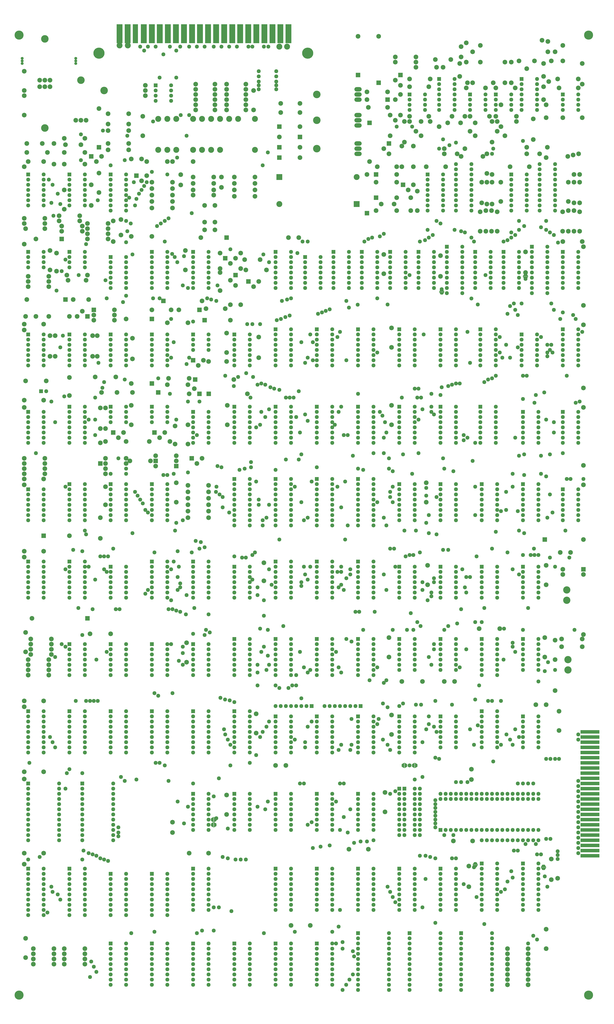
<source format=gts>
G04 #@! TF.FileFunction,Soldermask,Top*
%FSLAX46Y46*%
G04 Gerber Fmt 4.6, Leading zero omitted, Abs format (unit mm)*
G04 Created by KiCad (PCBNEW 4.0.7) date 05/04/19 19:07:48*
%MOMM*%
%LPD*%
G01*
G04 APERTURE LIST*
%ADD10C,0.100000*%
%ADD11C,2.305000*%
%ADD12R,2.305000X2.305000*%
%ADD13C,1.924000*%
%ADD14R,1.924000X1.924000*%
%ADD15C,3.702000*%
%ADD16C,2.940000*%
%ADD17C,4.464000*%
%ADD18C,1.416000*%
%ADD19C,5.480000*%
%ADD20R,2.940000X9.290000*%
%ADD21R,2.635200X9.290000*%
%ADD22C,3.575000*%
%ADD23R,2.940000X2.940000*%
%ADD24O,3.575000X2.178000*%
G04 APERTURE END LIST*
D10*
D11*
X138430000Y-147955000D03*
D12*
X138430000Y-142875000D03*
D11*
X135890000Y-145415000D03*
X137541000Y-194310000D03*
D12*
X118491000Y-194310000D03*
D11*
X297815000Y-357505000D03*
X297815000Y-367030000D03*
D13*
X254000000Y-56515000D03*
D14*
X254000000Y-53975000D03*
D13*
X254000000Y-59055000D03*
X254000000Y-61595000D03*
X261620000Y-61595000D03*
X261620000Y-59055000D03*
X261620000Y-56515000D03*
X261620000Y-53975000D03*
D15*
X62230000Y-46990000D03*
X73660000Y-52070000D03*
X44450000Y-70485000D03*
D16*
X163830000Y-30480000D03*
X160020000Y-30480000D03*
D13*
X102870000Y-34290000D03*
X154559000Y-30480000D03*
X152400000Y-30480000D03*
X109220000Y-32385000D03*
X93345000Y-32385000D03*
X106045000Y-30480000D03*
D17*
X312420000Y-24765000D03*
X31750000Y-24765000D03*
X312420000Y-497205000D03*
D18*
X59690000Y-38735000D03*
D13*
X287655000Y-398145000D03*
D14*
X239395000Y-415925000D03*
D13*
X241935000Y-415925000D03*
X244475000Y-415925000D03*
X247015000Y-415925000D03*
X249555000Y-415925000D03*
X252095000Y-415925000D03*
X254635000Y-415925000D03*
X257175000Y-415925000D03*
X259715000Y-415925000D03*
X262255000Y-415925000D03*
X264795000Y-415925000D03*
X267335000Y-415925000D03*
X269875000Y-415925000D03*
X272415000Y-415925000D03*
X274955000Y-415925000D03*
X277495000Y-415925000D03*
X280035000Y-415925000D03*
X282575000Y-415925000D03*
X285115000Y-415925000D03*
X287655000Y-415925000D03*
X287655000Y-400685000D03*
X285115000Y-400685000D03*
X282575000Y-400685000D03*
X280035000Y-400685000D03*
X277495000Y-400685000D03*
X274955000Y-400685000D03*
X272415000Y-400685000D03*
X269875000Y-400685000D03*
X267335000Y-400685000D03*
X264795000Y-400685000D03*
X262255000Y-400685000D03*
X259715000Y-400685000D03*
X257175000Y-400685000D03*
X254635000Y-400685000D03*
X252095000Y-400685000D03*
X249555000Y-400685000D03*
X247015000Y-400685000D03*
X244475000Y-400685000D03*
X241935000Y-400685000D03*
X239395000Y-400685000D03*
X198755000Y-447675000D03*
X198755000Y-445135000D03*
X198755000Y-442595000D03*
X198755000Y-440055000D03*
X198755000Y-437515000D03*
D14*
X198755000Y-434975000D03*
D13*
X198755000Y-450215000D03*
X198755000Y-452755000D03*
X198755000Y-455295000D03*
X206375000Y-455295000D03*
X206375000Y-452755000D03*
X206375000Y-450215000D03*
X206375000Y-447675000D03*
X206375000Y-445135000D03*
X206375000Y-442595000D03*
X206375000Y-440055000D03*
X206375000Y-437515000D03*
X206375000Y-434975000D03*
X178435000Y-484505000D03*
X178435000Y-481965000D03*
X178435000Y-479425000D03*
X178435000Y-476885000D03*
X178435000Y-474345000D03*
D14*
X178435000Y-471805000D03*
D13*
X178435000Y-487045000D03*
X178435000Y-489585000D03*
X178435000Y-492125000D03*
X186055000Y-492125000D03*
X186055000Y-489585000D03*
X186055000Y-487045000D03*
X186055000Y-484505000D03*
X186055000Y-481965000D03*
X186055000Y-479425000D03*
X186055000Y-476885000D03*
X186055000Y-474345000D03*
X186055000Y-471805000D03*
X178435000Y-447675000D03*
X178435000Y-445135000D03*
X178435000Y-442595000D03*
X178435000Y-440055000D03*
X178435000Y-437515000D03*
D14*
X178435000Y-434975000D03*
D13*
X178435000Y-450215000D03*
X178435000Y-452755000D03*
X178435000Y-455295000D03*
X186055000Y-455295000D03*
X186055000Y-452755000D03*
X186055000Y-450215000D03*
X186055000Y-447675000D03*
X186055000Y-445135000D03*
X186055000Y-442595000D03*
X186055000Y-440055000D03*
X186055000Y-437515000D03*
X186055000Y-434975000D03*
X158115000Y-484505000D03*
X158115000Y-481965000D03*
X158115000Y-479425000D03*
X158115000Y-476885000D03*
X158115000Y-474345000D03*
D14*
X158115000Y-471805000D03*
D13*
X158115000Y-487045000D03*
X158115000Y-489585000D03*
X158115000Y-492125000D03*
X165735000Y-492125000D03*
X165735000Y-489585000D03*
X165735000Y-487045000D03*
X165735000Y-484505000D03*
X165735000Y-481965000D03*
X165735000Y-479425000D03*
X165735000Y-476885000D03*
X165735000Y-474345000D03*
X165735000Y-471805000D03*
X158115000Y-447675000D03*
X158115000Y-445135000D03*
X158115000Y-442595000D03*
X158115000Y-440055000D03*
X158115000Y-437515000D03*
D14*
X158115000Y-434975000D03*
D13*
X158115000Y-450215000D03*
X158115000Y-452755000D03*
X158115000Y-455295000D03*
X165735000Y-455295000D03*
X165735000Y-452755000D03*
X165735000Y-450215000D03*
X165735000Y-447675000D03*
X165735000Y-445135000D03*
X165735000Y-442595000D03*
X165735000Y-440055000D03*
X165735000Y-437515000D03*
X165735000Y-434975000D03*
X137795000Y-484505000D03*
X137795000Y-481965000D03*
X137795000Y-479425000D03*
X137795000Y-476885000D03*
X137795000Y-474345000D03*
D14*
X137795000Y-471805000D03*
D13*
X137795000Y-487045000D03*
X137795000Y-489585000D03*
X137795000Y-492125000D03*
X145415000Y-492125000D03*
X145415000Y-489585000D03*
X145415000Y-487045000D03*
X145415000Y-484505000D03*
X145415000Y-481965000D03*
X145415000Y-479425000D03*
X145415000Y-476885000D03*
X145415000Y-474345000D03*
X145415000Y-471805000D03*
X117475000Y-484505000D03*
X117475000Y-481965000D03*
X117475000Y-479425000D03*
X117475000Y-476885000D03*
X117475000Y-474345000D03*
D14*
X117475000Y-471805000D03*
D13*
X117475000Y-487045000D03*
X117475000Y-489585000D03*
X117475000Y-492125000D03*
X125095000Y-492125000D03*
X125095000Y-489585000D03*
X125095000Y-487045000D03*
X125095000Y-484505000D03*
X125095000Y-481965000D03*
X125095000Y-479425000D03*
X125095000Y-476885000D03*
X125095000Y-474345000D03*
X125095000Y-471805000D03*
X117475000Y-447675000D03*
X117475000Y-445135000D03*
X117475000Y-442595000D03*
X117475000Y-440055000D03*
X117475000Y-437515000D03*
D14*
X117475000Y-434975000D03*
D13*
X117475000Y-450215000D03*
X117475000Y-452755000D03*
X117475000Y-455295000D03*
X125095000Y-455295000D03*
X125095000Y-452755000D03*
X125095000Y-450215000D03*
X125095000Y-447675000D03*
X125095000Y-445135000D03*
X125095000Y-442595000D03*
X125095000Y-440055000D03*
X125095000Y-437515000D03*
X125095000Y-434975000D03*
X97155000Y-484505000D03*
X97155000Y-481965000D03*
X97155000Y-479425000D03*
X97155000Y-476885000D03*
X97155000Y-474345000D03*
D14*
X97155000Y-471805000D03*
D13*
X97155000Y-487045000D03*
X97155000Y-489585000D03*
X97155000Y-492125000D03*
X104775000Y-492125000D03*
X104775000Y-489585000D03*
X104775000Y-487045000D03*
X104775000Y-484505000D03*
X104775000Y-481965000D03*
X104775000Y-479425000D03*
X104775000Y-476885000D03*
X104775000Y-474345000D03*
X104775000Y-471805000D03*
X97155000Y-450215000D03*
X97155000Y-447675000D03*
X97155000Y-445135000D03*
X97155000Y-442595000D03*
X97155000Y-440055000D03*
D14*
X97155000Y-437515000D03*
D13*
X97155000Y-452755000D03*
X97155000Y-455295000D03*
X97155000Y-457835000D03*
X104775000Y-457835000D03*
X104775000Y-455295000D03*
X104775000Y-452755000D03*
X104775000Y-450215000D03*
X104775000Y-447675000D03*
X104775000Y-445135000D03*
X104775000Y-442595000D03*
X104775000Y-440055000D03*
X104775000Y-437515000D03*
X76835000Y-484505000D03*
X76835000Y-481965000D03*
X76835000Y-479425000D03*
X76835000Y-476885000D03*
X76835000Y-474345000D03*
D14*
X76835000Y-471805000D03*
D13*
X76835000Y-487045000D03*
X76835000Y-489585000D03*
X76835000Y-492125000D03*
X84455000Y-492125000D03*
X84455000Y-489585000D03*
X84455000Y-487045000D03*
X84455000Y-484505000D03*
X84455000Y-481965000D03*
X84455000Y-479425000D03*
X84455000Y-476885000D03*
X84455000Y-474345000D03*
X84455000Y-471805000D03*
X76835000Y-450215000D03*
X76835000Y-447675000D03*
X76835000Y-445135000D03*
X76835000Y-442595000D03*
X76835000Y-440055000D03*
D14*
X76835000Y-437515000D03*
D13*
X76835000Y-452755000D03*
X76835000Y-455295000D03*
X76835000Y-457835000D03*
X84455000Y-457835000D03*
X84455000Y-455295000D03*
X84455000Y-452755000D03*
X84455000Y-450215000D03*
X84455000Y-447675000D03*
X84455000Y-445135000D03*
X84455000Y-442595000D03*
X84455000Y-440055000D03*
X84455000Y-437515000D03*
D14*
X249555000Y-466725000D03*
D13*
X249555000Y-469265000D03*
X249555000Y-471805000D03*
X249555000Y-474345000D03*
X249555000Y-476885000D03*
X249555000Y-479425000D03*
X249555000Y-481965000D03*
X249555000Y-484505000D03*
X249555000Y-487045000D03*
X249555000Y-489585000D03*
X249555000Y-492125000D03*
X249555000Y-494665000D03*
X264795000Y-494665000D03*
X264795000Y-492125000D03*
X264795000Y-489585000D03*
X264795000Y-487045000D03*
X264795000Y-484505000D03*
X264795000Y-481965000D03*
X264795000Y-479425000D03*
X264795000Y-476885000D03*
X264795000Y-474345000D03*
X264795000Y-471805000D03*
X264795000Y-469265000D03*
X264795000Y-466725000D03*
D14*
X224155000Y-466725000D03*
D13*
X224155000Y-469265000D03*
X224155000Y-471805000D03*
X224155000Y-474345000D03*
X224155000Y-476885000D03*
X224155000Y-479425000D03*
X224155000Y-481965000D03*
X224155000Y-484505000D03*
X224155000Y-487045000D03*
X224155000Y-489585000D03*
X224155000Y-492125000D03*
X224155000Y-494665000D03*
X239395000Y-494665000D03*
X239395000Y-492125000D03*
X239395000Y-489585000D03*
X239395000Y-487045000D03*
X239395000Y-484505000D03*
X239395000Y-481965000D03*
X239395000Y-479425000D03*
X239395000Y-476885000D03*
X239395000Y-474345000D03*
X239395000Y-471805000D03*
X239395000Y-469265000D03*
X239395000Y-466725000D03*
D14*
X198755000Y-466725000D03*
D13*
X198755000Y-469265000D03*
X198755000Y-471805000D03*
X198755000Y-474345000D03*
X198755000Y-476885000D03*
X198755000Y-479425000D03*
X198755000Y-481965000D03*
X198755000Y-484505000D03*
X198755000Y-487045000D03*
X198755000Y-489585000D03*
X198755000Y-492125000D03*
X198755000Y-494665000D03*
X213995000Y-494665000D03*
X213995000Y-492125000D03*
X213995000Y-489585000D03*
X213995000Y-487045000D03*
X213995000Y-484505000D03*
X213995000Y-481965000D03*
X213995000Y-479425000D03*
X213995000Y-476885000D03*
X213995000Y-474345000D03*
X213995000Y-471805000D03*
X213995000Y-469265000D03*
X213995000Y-466725000D03*
D14*
X36195000Y-393065000D03*
D13*
X36195000Y-395605000D03*
X36195000Y-398145000D03*
X36195000Y-400685000D03*
X36195000Y-403225000D03*
X36195000Y-405765000D03*
X36195000Y-408305000D03*
X36195000Y-410845000D03*
X36195000Y-413385000D03*
X36195000Y-415925000D03*
X36195000Y-418465000D03*
X36195000Y-421005000D03*
X51435000Y-421005000D03*
X51435000Y-418465000D03*
X51435000Y-415925000D03*
X51435000Y-413385000D03*
X51435000Y-410845000D03*
X51435000Y-408305000D03*
X51435000Y-405765000D03*
X51435000Y-403225000D03*
X51435000Y-400685000D03*
X51435000Y-398145000D03*
X51435000Y-395605000D03*
X51435000Y-393065000D03*
D14*
X56515000Y-434975000D03*
D13*
X56515000Y-437515000D03*
X56515000Y-440055000D03*
X56515000Y-442595000D03*
X56515000Y-445135000D03*
X56515000Y-447675000D03*
X56515000Y-450215000D03*
X56515000Y-452755000D03*
X56515000Y-455295000D03*
X56515000Y-457835000D03*
X64135000Y-457835000D03*
X64135000Y-455295000D03*
X64135000Y-452755000D03*
X64135000Y-450215000D03*
X64135000Y-447675000D03*
X64135000Y-445135000D03*
X64135000Y-442595000D03*
X64135000Y-440055000D03*
X64135000Y-437515000D03*
X64135000Y-434975000D03*
D14*
X36195000Y-434975000D03*
D13*
X36195000Y-437515000D03*
X36195000Y-440055000D03*
X36195000Y-442595000D03*
X36195000Y-445135000D03*
X36195000Y-447675000D03*
X36195000Y-450215000D03*
X36195000Y-452755000D03*
X36195000Y-455295000D03*
X36195000Y-457835000D03*
X43815000Y-457835000D03*
X43815000Y-455295000D03*
X43815000Y-452755000D03*
X43815000Y-450215000D03*
X43815000Y-447675000D03*
X43815000Y-445135000D03*
X43815000Y-442595000D03*
X43815000Y-440055000D03*
X43815000Y-437515000D03*
X43815000Y-434975000D03*
D14*
X280035000Y-432435000D03*
D13*
X280035000Y-434975000D03*
X280035000Y-437515000D03*
X280035000Y-440055000D03*
X280035000Y-442595000D03*
X280035000Y-445135000D03*
X280035000Y-447675000D03*
X280035000Y-450215000D03*
X280035000Y-452755000D03*
X280035000Y-455295000D03*
X287655000Y-455295000D03*
X287655000Y-452755000D03*
X287655000Y-450215000D03*
X287655000Y-447675000D03*
X287655000Y-445135000D03*
X287655000Y-442595000D03*
X287655000Y-440055000D03*
X287655000Y-437515000D03*
X287655000Y-434975000D03*
X287655000Y-432435000D03*
D14*
X259715000Y-432435000D03*
D13*
X259715000Y-434975000D03*
X259715000Y-437515000D03*
X259715000Y-440055000D03*
X259715000Y-442595000D03*
X259715000Y-445135000D03*
X259715000Y-447675000D03*
X259715000Y-450215000D03*
X259715000Y-452755000D03*
X259715000Y-455295000D03*
X267335000Y-455295000D03*
X267335000Y-452755000D03*
X267335000Y-450215000D03*
X267335000Y-447675000D03*
X267335000Y-445135000D03*
X267335000Y-442595000D03*
X267335000Y-440055000D03*
X267335000Y-437515000D03*
X267335000Y-434975000D03*
X267335000Y-432435000D03*
X239395000Y-445135000D03*
X239395000Y-442595000D03*
X239395000Y-440055000D03*
X239395000Y-437515000D03*
D14*
X239395000Y-434975000D03*
D13*
X239395000Y-447675000D03*
X239395000Y-450215000D03*
X239395000Y-452755000D03*
X239395000Y-455295000D03*
X247015000Y-455295000D03*
X247015000Y-452755000D03*
X247015000Y-450215000D03*
X247015000Y-447675000D03*
X247015000Y-445135000D03*
X247015000Y-442595000D03*
X247015000Y-440055000D03*
X247015000Y-437515000D03*
X247015000Y-434975000D03*
X219075000Y-445135000D03*
X219075000Y-442595000D03*
X219075000Y-440055000D03*
X219075000Y-437515000D03*
D14*
X219075000Y-434975000D03*
D13*
X219075000Y-447675000D03*
X219075000Y-450215000D03*
X219075000Y-452755000D03*
X219075000Y-455295000D03*
X226695000Y-455295000D03*
X226695000Y-452755000D03*
X226695000Y-450215000D03*
X226695000Y-447675000D03*
X226695000Y-445135000D03*
X226695000Y-442595000D03*
X226695000Y-440055000D03*
X226695000Y-437515000D03*
X226695000Y-434975000D03*
D14*
X62865000Y-393065000D03*
D13*
X62865000Y-395605000D03*
X62865000Y-398145000D03*
X62865000Y-400685000D03*
X62865000Y-403225000D03*
X62865000Y-405765000D03*
X62865000Y-408305000D03*
X62865000Y-410845000D03*
X62865000Y-413385000D03*
X62865000Y-415925000D03*
X62865000Y-418465000D03*
X62865000Y-421005000D03*
X78105000Y-421005000D03*
X78105000Y-418465000D03*
X78105000Y-415925000D03*
X78105000Y-413385000D03*
X78105000Y-410845000D03*
X78105000Y-408305000D03*
X78105000Y-405765000D03*
X78105000Y-403225000D03*
X78105000Y-400685000D03*
X78105000Y-398145000D03*
X78105000Y-395605000D03*
X78105000Y-393065000D03*
X299720000Y-217805000D03*
X299720000Y-215265000D03*
D14*
X299720000Y-210185000D03*
D13*
X299720000Y-212725000D03*
X299720000Y-220345000D03*
X299720000Y-222885000D03*
X299720000Y-225425000D03*
X307340000Y-225425000D03*
X307340000Y-222885000D03*
X307340000Y-220345000D03*
X307340000Y-217805000D03*
X307340000Y-215265000D03*
X307340000Y-212725000D03*
X307340000Y-210185000D03*
X36195000Y-367665000D03*
X36195000Y-365125000D03*
X36195000Y-362585000D03*
X36195000Y-360045000D03*
D14*
X36195000Y-357505000D03*
D13*
X36195000Y-370205000D03*
X36195000Y-372745000D03*
X36195000Y-375285000D03*
X36195000Y-377825000D03*
X43815000Y-377825000D03*
X43815000Y-375285000D03*
X43815000Y-372745000D03*
X43815000Y-370205000D03*
X43815000Y-367665000D03*
X43815000Y-365125000D03*
X43815000Y-362585000D03*
X43815000Y-360045000D03*
X43815000Y-357505000D03*
X36195000Y-255905000D03*
X36195000Y-253365000D03*
D14*
X36195000Y-248285000D03*
D13*
X36195000Y-250825000D03*
X36195000Y-258445000D03*
X36195000Y-260985000D03*
X36195000Y-263525000D03*
X43815000Y-263525000D03*
X43815000Y-260985000D03*
X43815000Y-258445000D03*
X43815000Y-255905000D03*
X43815000Y-253365000D03*
X43815000Y-250825000D03*
X43815000Y-248285000D03*
X36195000Y-217805000D03*
X36195000Y-215265000D03*
D14*
X36195000Y-210185000D03*
D13*
X36195000Y-212725000D03*
X36195000Y-220345000D03*
X36195000Y-222885000D03*
X36195000Y-225425000D03*
X43815000Y-225425000D03*
X43815000Y-222885000D03*
X43815000Y-220345000D03*
X43815000Y-217805000D03*
X43815000Y-215265000D03*
X43815000Y-212725000D03*
X43815000Y-210185000D03*
X36195000Y-179705000D03*
X36195000Y-177165000D03*
D14*
X36195000Y-172085000D03*
D13*
X36195000Y-174625000D03*
X36195000Y-182245000D03*
X36195000Y-184785000D03*
X36195000Y-187325000D03*
X43815000Y-187325000D03*
X43815000Y-184785000D03*
X43815000Y-182245000D03*
X43815000Y-179705000D03*
X43815000Y-177165000D03*
X43815000Y-174625000D03*
X43815000Y-172085000D03*
X36195000Y-133985000D03*
D14*
X36195000Y-131445000D03*
D13*
X36195000Y-136525000D03*
X36195000Y-139065000D03*
X43815000Y-139065000D03*
X43815000Y-136525000D03*
X43815000Y-133985000D03*
X43815000Y-131445000D03*
X36195000Y-100965000D03*
X36195000Y-98425000D03*
D14*
X36195000Y-93345000D03*
D13*
X36195000Y-95885000D03*
X36195000Y-103505000D03*
X36195000Y-106045000D03*
X36195000Y-108585000D03*
X43815000Y-108585000D03*
X43815000Y-106045000D03*
X43815000Y-103505000D03*
X43815000Y-100965000D03*
X43815000Y-98425000D03*
X43815000Y-95885000D03*
X43815000Y-93345000D03*
D11*
X34925000Y-469265000D03*
X34925000Y-478790000D03*
X291465000Y-464820000D03*
X291465000Y-474345000D03*
X165735000Y-462915000D03*
X175260000Y-462915000D03*
D13*
X56515000Y-367665000D03*
X56515000Y-365125000D03*
X56515000Y-362585000D03*
X56515000Y-360045000D03*
D14*
X56515000Y-357505000D03*
D13*
X56515000Y-370205000D03*
X56515000Y-372745000D03*
X56515000Y-375285000D03*
X56515000Y-377825000D03*
X64135000Y-377825000D03*
X64135000Y-375285000D03*
X64135000Y-372745000D03*
X64135000Y-370205000D03*
X64135000Y-367665000D03*
X64135000Y-365125000D03*
X64135000Y-362585000D03*
X64135000Y-360045000D03*
X64135000Y-357505000D03*
X56515000Y-332105000D03*
X56515000Y-329565000D03*
D14*
X56515000Y-324485000D03*
D13*
X56515000Y-327025000D03*
X56515000Y-334645000D03*
X56515000Y-337185000D03*
X56515000Y-339725000D03*
X64135000Y-339725000D03*
X64135000Y-337185000D03*
X64135000Y-334645000D03*
X64135000Y-332105000D03*
X64135000Y-329565000D03*
X64135000Y-327025000D03*
X64135000Y-324485000D03*
X56515000Y-291465000D03*
X56515000Y-288925000D03*
X56515000Y-286385000D03*
D14*
X56515000Y-283845000D03*
D13*
X56515000Y-294005000D03*
X56515000Y-296545000D03*
X56515000Y-299085000D03*
X56515000Y-301625000D03*
X64135000Y-301625000D03*
X64135000Y-299085000D03*
X64135000Y-296545000D03*
X64135000Y-294005000D03*
X64135000Y-291465000D03*
X64135000Y-288925000D03*
X64135000Y-286385000D03*
X64135000Y-283845000D03*
X56515000Y-253365000D03*
X56515000Y-250825000D03*
X56515000Y-248285000D03*
D14*
X56515000Y-245745000D03*
D13*
X56515000Y-255905000D03*
X56515000Y-258445000D03*
X56515000Y-260985000D03*
X56515000Y-263525000D03*
X64135000Y-263525000D03*
X64135000Y-260985000D03*
X64135000Y-258445000D03*
X64135000Y-255905000D03*
X64135000Y-253365000D03*
X64135000Y-250825000D03*
X64135000Y-248285000D03*
X64135000Y-245745000D03*
X56515000Y-215265000D03*
X56515000Y-212725000D03*
X56515000Y-210185000D03*
D14*
X56515000Y-207645000D03*
D13*
X56515000Y-217805000D03*
X56515000Y-220345000D03*
X56515000Y-222885000D03*
X56515000Y-225425000D03*
X64135000Y-225425000D03*
X64135000Y-222885000D03*
X64135000Y-220345000D03*
X64135000Y-217805000D03*
X64135000Y-215265000D03*
X64135000Y-212725000D03*
X64135000Y-210185000D03*
X64135000Y-207645000D03*
X56515000Y-179705000D03*
X56515000Y-177165000D03*
D14*
X56515000Y-172085000D03*
D13*
X56515000Y-174625000D03*
X56515000Y-182245000D03*
X56515000Y-184785000D03*
X56515000Y-187325000D03*
X64135000Y-187325000D03*
X64135000Y-184785000D03*
X64135000Y-182245000D03*
X64135000Y-179705000D03*
X64135000Y-177165000D03*
X64135000Y-174625000D03*
X64135000Y-172085000D03*
X56515000Y-133985000D03*
D14*
X56515000Y-131445000D03*
D13*
X56515000Y-136525000D03*
X56515000Y-139065000D03*
X64135000Y-139065000D03*
X64135000Y-136525000D03*
X64135000Y-133985000D03*
X64135000Y-131445000D03*
X56515000Y-100965000D03*
X56515000Y-98425000D03*
D14*
X56515000Y-93345000D03*
D13*
X56515000Y-95885000D03*
X56515000Y-103505000D03*
X56515000Y-106045000D03*
X56515000Y-108585000D03*
X64135000Y-108585000D03*
X64135000Y-106045000D03*
X64135000Y-103505000D03*
X64135000Y-100965000D03*
X64135000Y-98425000D03*
X64135000Y-95885000D03*
X64135000Y-93345000D03*
X76835000Y-367665000D03*
X76835000Y-365125000D03*
X76835000Y-362585000D03*
X76835000Y-360045000D03*
D14*
X76835000Y-357505000D03*
D13*
X76835000Y-370205000D03*
X76835000Y-372745000D03*
X76835000Y-375285000D03*
X76835000Y-377825000D03*
X84455000Y-377825000D03*
X84455000Y-375285000D03*
X84455000Y-372745000D03*
X84455000Y-370205000D03*
X84455000Y-367665000D03*
X84455000Y-365125000D03*
X84455000Y-362585000D03*
X84455000Y-360045000D03*
X84455000Y-357505000D03*
X76835000Y-332105000D03*
X76835000Y-329565000D03*
D14*
X76835000Y-324485000D03*
D13*
X76835000Y-327025000D03*
X76835000Y-334645000D03*
X76835000Y-337185000D03*
X76835000Y-339725000D03*
X84455000Y-339725000D03*
X84455000Y-337185000D03*
X84455000Y-334645000D03*
X84455000Y-332105000D03*
X84455000Y-329565000D03*
X84455000Y-327025000D03*
X84455000Y-324485000D03*
X76835000Y-294005000D03*
X76835000Y-291465000D03*
D14*
X76835000Y-286385000D03*
D13*
X76835000Y-288925000D03*
X76835000Y-296545000D03*
X76835000Y-299085000D03*
X76835000Y-301625000D03*
X84455000Y-301625000D03*
X84455000Y-299085000D03*
X84455000Y-296545000D03*
X84455000Y-294005000D03*
X84455000Y-291465000D03*
X84455000Y-288925000D03*
X84455000Y-286385000D03*
X76835000Y-253365000D03*
X76835000Y-250825000D03*
X76835000Y-248285000D03*
D14*
X76835000Y-245745000D03*
D13*
X76835000Y-255905000D03*
X76835000Y-258445000D03*
X76835000Y-260985000D03*
X76835000Y-263525000D03*
X84455000Y-263525000D03*
X84455000Y-260985000D03*
X84455000Y-258445000D03*
X84455000Y-255905000D03*
X84455000Y-253365000D03*
X84455000Y-250825000D03*
X84455000Y-248285000D03*
X84455000Y-245745000D03*
X76835000Y-210185000D03*
D14*
X76835000Y-207645000D03*
D13*
X76835000Y-212725000D03*
X76835000Y-215265000D03*
X84455000Y-215265000D03*
X84455000Y-212725000D03*
X84455000Y-210185000D03*
X84455000Y-207645000D03*
X76835000Y-179705000D03*
X76835000Y-177165000D03*
D14*
X76835000Y-172085000D03*
D13*
X76835000Y-174625000D03*
X76835000Y-182245000D03*
X76835000Y-184785000D03*
X76835000Y-187325000D03*
X84455000Y-187325000D03*
X84455000Y-184785000D03*
X84455000Y-182245000D03*
X84455000Y-179705000D03*
X84455000Y-177165000D03*
X84455000Y-174625000D03*
X84455000Y-172085000D03*
X76835000Y-141605000D03*
X76835000Y-139065000D03*
D14*
X76835000Y-133985000D03*
D13*
X76835000Y-136525000D03*
X76835000Y-144145000D03*
X76835000Y-146685000D03*
X76835000Y-149225000D03*
X84455000Y-149225000D03*
X84455000Y-146685000D03*
X84455000Y-144145000D03*
X84455000Y-141605000D03*
X84455000Y-139065000D03*
X84455000Y-136525000D03*
X84455000Y-133985000D03*
X97155000Y-367665000D03*
X97155000Y-365125000D03*
X97155000Y-362585000D03*
X97155000Y-360045000D03*
D14*
X97155000Y-357505000D03*
D13*
X97155000Y-370205000D03*
X97155000Y-372745000D03*
X97155000Y-375285000D03*
X97155000Y-377825000D03*
X104775000Y-377825000D03*
X104775000Y-375285000D03*
X104775000Y-372745000D03*
X104775000Y-370205000D03*
X104775000Y-367665000D03*
X104775000Y-365125000D03*
X104775000Y-362585000D03*
X104775000Y-360045000D03*
X104775000Y-357505000D03*
X97155000Y-332105000D03*
X97155000Y-329565000D03*
D14*
X97155000Y-324485000D03*
D13*
X97155000Y-327025000D03*
X97155000Y-334645000D03*
X97155000Y-337185000D03*
X97155000Y-339725000D03*
X104775000Y-339725000D03*
X104775000Y-337185000D03*
X104775000Y-334645000D03*
X104775000Y-332105000D03*
X104775000Y-329565000D03*
X104775000Y-327025000D03*
X104775000Y-324485000D03*
X97155000Y-291465000D03*
X97155000Y-288925000D03*
X97155000Y-286385000D03*
D14*
X97155000Y-283845000D03*
D13*
X97155000Y-294005000D03*
X97155000Y-296545000D03*
X97155000Y-299085000D03*
X97155000Y-301625000D03*
X104775000Y-301625000D03*
X104775000Y-299085000D03*
X104775000Y-296545000D03*
X104775000Y-294005000D03*
X104775000Y-291465000D03*
X104775000Y-288925000D03*
X104775000Y-286385000D03*
X104775000Y-283845000D03*
X97155000Y-253365000D03*
X97155000Y-250825000D03*
X97155000Y-248285000D03*
D14*
X97155000Y-245745000D03*
D13*
X97155000Y-255905000D03*
X97155000Y-258445000D03*
X97155000Y-260985000D03*
X97155000Y-263525000D03*
X104775000Y-263525000D03*
X104775000Y-260985000D03*
X104775000Y-258445000D03*
X104775000Y-255905000D03*
X104775000Y-253365000D03*
X104775000Y-250825000D03*
X104775000Y-248285000D03*
X104775000Y-245745000D03*
X97155000Y-210185000D03*
D14*
X97155000Y-207645000D03*
D13*
X97155000Y-212725000D03*
X97155000Y-215265000D03*
X104775000Y-215265000D03*
X104775000Y-212725000D03*
X104775000Y-210185000D03*
X104775000Y-207645000D03*
X97155000Y-179705000D03*
X97155000Y-177165000D03*
D14*
X97155000Y-172085000D03*
D13*
X97155000Y-174625000D03*
X97155000Y-182245000D03*
X97155000Y-184785000D03*
X97155000Y-187325000D03*
X104775000Y-187325000D03*
X104775000Y-184785000D03*
X104775000Y-182245000D03*
X104775000Y-179705000D03*
X104775000Y-177165000D03*
X104775000Y-174625000D03*
X104775000Y-172085000D03*
X97155000Y-139065000D03*
X97155000Y-136525000D03*
X97155000Y-133985000D03*
D14*
X97155000Y-131445000D03*
D13*
X97155000Y-141605000D03*
X97155000Y-144145000D03*
X97155000Y-146685000D03*
X97155000Y-149225000D03*
X104775000Y-149225000D03*
X104775000Y-146685000D03*
X104775000Y-144145000D03*
X104775000Y-141605000D03*
X104775000Y-139065000D03*
X104775000Y-136525000D03*
X104775000Y-133985000D03*
X104775000Y-131445000D03*
X117475000Y-367665000D03*
X117475000Y-365125000D03*
X117475000Y-362585000D03*
X117475000Y-360045000D03*
D14*
X117475000Y-357505000D03*
D13*
X117475000Y-370205000D03*
X117475000Y-372745000D03*
X117475000Y-375285000D03*
X117475000Y-377825000D03*
X125095000Y-377825000D03*
X125095000Y-375285000D03*
X125095000Y-372745000D03*
X125095000Y-370205000D03*
X125095000Y-367665000D03*
X125095000Y-365125000D03*
X125095000Y-362585000D03*
X125095000Y-360045000D03*
X125095000Y-357505000D03*
X117475000Y-332105000D03*
X117475000Y-329565000D03*
D14*
X117475000Y-324485000D03*
D13*
X117475000Y-327025000D03*
X117475000Y-334645000D03*
X117475000Y-337185000D03*
X117475000Y-339725000D03*
X125095000Y-339725000D03*
X125095000Y-337185000D03*
X125095000Y-334645000D03*
X125095000Y-332105000D03*
X125095000Y-329565000D03*
X125095000Y-327025000D03*
X125095000Y-324485000D03*
X117475000Y-291465000D03*
X117475000Y-288925000D03*
X117475000Y-286385000D03*
D14*
X117475000Y-283845000D03*
D13*
X117475000Y-294005000D03*
X117475000Y-296545000D03*
X117475000Y-299085000D03*
X117475000Y-301625000D03*
X125095000Y-301625000D03*
X125095000Y-299085000D03*
X125095000Y-296545000D03*
X125095000Y-294005000D03*
X125095000Y-291465000D03*
X125095000Y-288925000D03*
X125095000Y-286385000D03*
X125095000Y-283845000D03*
X117475000Y-217805000D03*
X117475000Y-215265000D03*
D14*
X117475000Y-210185000D03*
D13*
X117475000Y-212725000D03*
X117475000Y-220345000D03*
X117475000Y-222885000D03*
X117475000Y-225425000D03*
X125095000Y-225425000D03*
X125095000Y-222885000D03*
X125095000Y-220345000D03*
X125095000Y-217805000D03*
X125095000Y-215265000D03*
X125095000Y-212725000D03*
X125095000Y-210185000D03*
X117475000Y-174625000D03*
D14*
X117475000Y-172085000D03*
D13*
X117475000Y-177165000D03*
X117475000Y-179705000D03*
X125095000Y-179705000D03*
X125095000Y-177165000D03*
X125095000Y-174625000D03*
X125095000Y-172085000D03*
X117475000Y-139065000D03*
X117475000Y-136525000D03*
X117475000Y-133985000D03*
D14*
X117475000Y-131445000D03*
D13*
X117475000Y-141605000D03*
X117475000Y-144145000D03*
X117475000Y-146685000D03*
X117475000Y-149225000D03*
X125095000Y-149225000D03*
X125095000Y-146685000D03*
X125095000Y-144145000D03*
X125095000Y-141605000D03*
X125095000Y-139065000D03*
X125095000Y-136525000D03*
X125095000Y-133985000D03*
X125095000Y-131445000D03*
X158115000Y-405765000D03*
X158115000Y-403225000D03*
X158115000Y-400685000D03*
D14*
X158115000Y-398145000D03*
D13*
X158115000Y-408305000D03*
X158115000Y-410845000D03*
X158115000Y-413385000D03*
X158115000Y-415925000D03*
X165735000Y-415925000D03*
X165735000Y-413385000D03*
X165735000Y-410845000D03*
X165735000Y-408305000D03*
X165735000Y-405765000D03*
X165735000Y-403225000D03*
X165735000Y-400685000D03*
X165735000Y-398145000D03*
X158115000Y-367665000D03*
X158115000Y-365125000D03*
X158115000Y-362585000D03*
D14*
X158115000Y-360045000D03*
D13*
X158115000Y-370205000D03*
X158115000Y-372745000D03*
X158115000Y-375285000D03*
X158115000Y-377825000D03*
X165735000Y-377825000D03*
X165735000Y-375285000D03*
X165735000Y-372745000D03*
X165735000Y-370205000D03*
X165735000Y-367665000D03*
X165735000Y-365125000D03*
X165735000Y-362585000D03*
X165735000Y-360045000D03*
X158115000Y-329565000D03*
X158115000Y-327025000D03*
X158115000Y-324485000D03*
D14*
X158115000Y-321945000D03*
D13*
X158115000Y-332105000D03*
X158115000Y-334645000D03*
X158115000Y-337185000D03*
X158115000Y-339725000D03*
X165735000Y-339725000D03*
X165735000Y-337185000D03*
X165735000Y-334645000D03*
X165735000Y-332105000D03*
X165735000Y-329565000D03*
X165735000Y-327025000D03*
X165735000Y-324485000D03*
X165735000Y-321945000D03*
X158115000Y-291465000D03*
X158115000Y-288925000D03*
X158115000Y-286385000D03*
D14*
X158115000Y-283845000D03*
D13*
X158115000Y-294005000D03*
X158115000Y-296545000D03*
X158115000Y-299085000D03*
X158115000Y-301625000D03*
X165735000Y-301625000D03*
X165735000Y-299085000D03*
X165735000Y-296545000D03*
X165735000Y-294005000D03*
X165735000Y-291465000D03*
X165735000Y-288925000D03*
X165735000Y-286385000D03*
X165735000Y-283845000D03*
D14*
X158115000Y-243205000D03*
D13*
X158115000Y-245745000D03*
X158115000Y-248285000D03*
X158115000Y-250825000D03*
X158115000Y-253365000D03*
X158115000Y-255905000D03*
X158115000Y-258445000D03*
X158115000Y-260985000D03*
X158115000Y-263525000D03*
X158115000Y-266065000D03*
X165735000Y-266065000D03*
X165735000Y-263525000D03*
X165735000Y-260985000D03*
X165735000Y-258445000D03*
X165735000Y-255905000D03*
X165735000Y-253365000D03*
X165735000Y-250825000D03*
X165735000Y-248285000D03*
X165735000Y-245745000D03*
X165735000Y-243205000D03*
X158115000Y-215265000D03*
X158115000Y-212725000D03*
X158115000Y-210185000D03*
D14*
X158115000Y-207645000D03*
D13*
X158115000Y-217805000D03*
X158115000Y-220345000D03*
X158115000Y-222885000D03*
X158115000Y-225425000D03*
X165735000Y-225425000D03*
X165735000Y-222885000D03*
X165735000Y-220345000D03*
X165735000Y-217805000D03*
X165735000Y-215265000D03*
X165735000Y-212725000D03*
X165735000Y-210185000D03*
X165735000Y-207645000D03*
X158115000Y-177165000D03*
X158115000Y-174625000D03*
X158115000Y-172085000D03*
D14*
X158115000Y-169545000D03*
D13*
X158115000Y-179705000D03*
X158115000Y-182245000D03*
X158115000Y-184785000D03*
X158115000Y-187325000D03*
X165735000Y-187325000D03*
X165735000Y-184785000D03*
X165735000Y-182245000D03*
X165735000Y-179705000D03*
X165735000Y-177165000D03*
X165735000Y-174625000D03*
X165735000Y-172085000D03*
X165735000Y-169545000D03*
X158115000Y-139065000D03*
X158115000Y-136525000D03*
X158115000Y-133985000D03*
D14*
X158115000Y-131445000D03*
D13*
X158115000Y-141605000D03*
X158115000Y-144145000D03*
X158115000Y-146685000D03*
X158115000Y-149225000D03*
X165735000Y-149225000D03*
X165735000Y-146685000D03*
X165735000Y-144145000D03*
X165735000Y-141605000D03*
X165735000Y-139065000D03*
X165735000Y-136525000D03*
X165735000Y-133985000D03*
X165735000Y-131445000D03*
X137795000Y-405765000D03*
X137795000Y-403225000D03*
X137795000Y-400685000D03*
D14*
X137795000Y-398145000D03*
D13*
X137795000Y-408305000D03*
X137795000Y-410845000D03*
X137795000Y-413385000D03*
X137795000Y-415925000D03*
X145415000Y-415925000D03*
X145415000Y-413385000D03*
X145415000Y-410845000D03*
X145415000Y-408305000D03*
X145415000Y-405765000D03*
X145415000Y-403225000D03*
X145415000Y-400685000D03*
X145415000Y-398145000D03*
X137795000Y-367665000D03*
X137795000Y-365125000D03*
X137795000Y-362585000D03*
X137795000Y-360045000D03*
D14*
X137795000Y-357505000D03*
D13*
X137795000Y-370205000D03*
X137795000Y-372745000D03*
X137795000Y-375285000D03*
X137795000Y-377825000D03*
X145415000Y-377825000D03*
X145415000Y-375285000D03*
X145415000Y-372745000D03*
X145415000Y-370205000D03*
X145415000Y-367665000D03*
X145415000Y-365125000D03*
X145415000Y-362585000D03*
X145415000Y-360045000D03*
X145415000Y-357505000D03*
X137795000Y-329565000D03*
X137795000Y-327025000D03*
X137795000Y-324485000D03*
D14*
X137795000Y-321945000D03*
D13*
X137795000Y-332105000D03*
X137795000Y-334645000D03*
X137795000Y-337185000D03*
X137795000Y-339725000D03*
X145415000Y-339725000D03*
X145415000Y-337185000D03*
X145415000Y-334645000D03*
X145415000Y-332105000D03*
X145415000Y-329565000D03*
X145415000Y-327025000D03*
X145415000Y-324485000D03*
X145415000Y-321945000D03*
X137795000Y-294005000D03*
X137795000Y-291465000D03*
D14*
X137795000Y-286385000D03*
D13*
X137795000Y-288925000D03*
X137795000Y-296545000D03*
X137795000Y-299085000D03*
X137795000Y-301625000D03*
X145415000Y-301625000D03*
X145415000Y-299085000D03*
X145415000Y-296545000D03*
X145415000Y-294005000D03*
X145415000Y-291465000D03*
X145415000Y-288925000D03*
X145415000Y-286385000D03*
D14*
X137795000Y-243205000D03*
D13*
X137795000Y-245745000D03*
X137795000Y-248285000D03*
X137795000Y-250825000D03*
X137795000Y-253365000D03*
X137795000Y-255905000D03*
X137795000Y-258445000D03*
X137795000Y-260985000D03*
X137795000Y-263525000D03*
X137795000Y-266065000D03*
X145415000Y-266065000D03*
X145415000Y-263525000D03*
X145415000Y-260985000D03*
X145415000Y-258445000D03*
X145415000Y-255905000D03*
X145415000Y-253365000D03*
X145415000Y-250825000D03*
X145415000Y-248285000D03*
X145415000Y-245745000D03*
X145415000Y-243205000D03*
X137795000Y-215265000D03*
X137795000Y-212725000D03*
X137795000Y-210185000D03*
D14*
X137795000Y-207645000D03*
D13*
X137795000Y-217805000D03*
X137795000Y-220345000D03*
X137795000Y-222885000D03*
X137795000Y-225425000D03*
X145415000Y-225425000D03*
X145415000Y-222885000D03*
X145415000Y-220345000D03*
X145415000Y-217805000D03*
X145415000Y-215265000D03*
X145415000Y-212725000D03*
X145415000Y-210185000D03*
X145415000Y-207645000D03*
X137795000Y-179705000D03*
X137795000Y-177165000D03*
D14*
X137795000Y-172085000D03*
D13*
X137795000Y-174625000D03*
X137795000Y-182245000D03*
X137795000Y-184785000D03*
X137795000Y-187325000D03*
X145415000Y-187325000D03*
X145415000Y-184785000D03*
X145415000Y-182245000D03*
X145415000Y-179705000D03*
X145415000Y-177165000D03*
X145415000Y-174625000D03*
X145415000Y-172085000D03*
D14*
X219075000Y-395605000D03*
D13*
X219075000Y-398145000D03*
X219075000Y-400685000D03*
X219075000Y-403225000D03*
X219075000Y-405765000D03*
X219075000Y-408305000D03*
X219075000Y-410845000D03*
X219075000Y-413385000D03*
X219075000Y-415925000D03*
X219075000Y-418465000D03*
X226695000Y-418465000D03*
X226695000Y-415925000D03*
X226695000Y-413385000D03*
X226695000Y-410845000D03*
X226695000Y-408305000D03*
X226695000Y-405765000D03*
X226695000Y-403225000D03*
X226695000Y-400685000D03*
X226695000Y-398145000D03*
X226695000Y-395605000D03*
X178435000Y-405765000D03*
X178435000Y-403225000D03*
X178435000Y-400685000D03*
D14*
X178435000Y-398145000D03*
D13*
X178435000Y-408305000D03*
X178435000Y-410845000D03*
X178435000Y-413385000D03*
X178435000Y-415925000D03*
X186055000Y-415925000D03*
X186055000Y-413385000D03*
X186055000Y-410845000D03*
X186055000Y-408305000D03*
X186055000Y-405765000D03*
X186055000Y-403225000D03*
X186055000Y-400685000D03*
X186055000Y-398145000D03*
X280035000Y-367665000D03*
X280035000Y-365125000D03*
D14*
X280035000Y-360045000D03*
D13*
X280035000Y-362585000D03*
X280035000Y-370205000D03*
X280035000Y-372745000D03*
X280035000Y-375285000D03*
X287655000Y-375285000D03*
X287655000Y-372745000D03*
X287655000Y-370205000D03*
X287655000Y-367665000D03*
X287655000Y-365125000D03*
X287655000Y-362585000D03*
X287655000Y-360045000D03*
X259715000Y-365125000D03*
X259715000Y-362585000D03*
X259715000Y-360045000D03*
D14*
X259715000Y-357505000D03*
D13*
X259715000Y-367665000D03*
X259715000Y-370205000D03*
X259715000Y-372745000D03*
X259715000Y-375285000D03*
X267335000Y-375285000D03*
X267335000Y-372745000D03*
X267335000Y-370205000D03*
X267335000Y-367665000D03*
X267335000Y-365125000D03*
X267335000Y-362585000D03*
X267335000Y-360045000D03*
X267335000Y-357505000D03*
X239395000Y-367665000D03*
X239395000Y-365125000D03*
D14*
X239395000Y-360045000D03*
D13*
X239395000Y-362585000D03*
X239395000Y-370205000D03*
X239395000Y-372745000D03*
X239395000Y-375285000D03*
X247015000Y-375285000D03*
X247015000Y-372745000D03*
X247015000Y-370205000D03*
X247015000Y-367665000D03*
X247015000Y-365125000D03*
X247015000Y-362585000D03*
X247015000Y-360045000D03*
X198755000Y-367665000D03*
X198755000Y-365125000D03*
X198755000Y-362585000D03*
D14*
X198755000Y-360045000D03*
D13*
X198755000Y-370205000D03*
X198755000Y-372745000D03*
X198755000Y-375285000D03*
X198755000Y-377825000D03*
X206375000Y-377825000D03*
X206375000Y-375285000D03*
X206375000Y-372745000D03*
X206375000Y-370205000D03*
X206375000Y-367665000D03*
X206375000Y-365125000D03*
X206375000Y-362585000D03*
X206375000Y-360045000D03*
X198755000Y-329565000D03*
X198755000Y-327025000D03*
X198755000Y-324485000D03*
D14*
X198755000Y-321945000D03*
D13*
X198755000Y-332105000D03*
X198755000Y-334645000D03*
X198755000Y-337185000D03*
X198755000Y-339725000D03*
X206375000Y-339725000D03*
X206375000Y-337185000D03*
X206375000Y-334645000D03*
X206375000Y-332105000D03*
X206375000Y-329565000D03*
X206375000Y-327025000D03*
X206375000Y-324485000D03*
X206375000Y-321945000D03*
X178435000Y-367665000D03*
X178435000Y-365125000D03*
X178435000Y-362585000D03*
D14*
X178435000Y-360045000D03*
D13*
X178435000Y-370205000D03*
X178435000Y-372745000D03*
X178435000Y-375285000D03*
X178435000Y-377825000D03*
X186055000Y-377825000D03*
X186055000Y-375285000D03*
X186055000Y-372745000D03*
X186055000Y-370205000D03*
X186055000Y-367665000D03*
X186055000Y-365125000D03*
X186055000Y-362585000D03*
X186055000Y-360045000D03*
X219075000Y-367665000D03*
X219075000Y-365125000D03*
X219075000Y-362585000D03*
D14*
X219075000Y-360045000D03*
D13*
X219075000Y-370205000D03*
X219075000Y-372745000D03*
X219075000Y-375285000D03*
X219075000Y-377825000D03*
X226695000Y-377825000D03*
X226695000Y-375285000D03*
X226695000Y-372745000D03*
X226695000Y-370205000D03*
X226695000Y-367665000D03*
X226695000Y-365125000D03*
X226695000Y-362585000D03*
X226695000Y-360045000D03*
X178435000Y-329565000D03*
X178435000Y-327025000D03*
X178435000Y-324485000D03*
D14*
X178435000Y-321945000D03*
D13*
X178435000Y-332105000D03*
X178435000Y-334645000D03*
X178435000Y-337185000D03*
X178435000Y-339725000D03*
X186055000Y-339725000D03*
X186055000Y-337185000D03*
X186055000Y-334645000D03*
X186055000Y-332105000D03*
X186055000Y-329565000D03*
X186055000Y-327025000D03*
X186055000Y-324485000D03*
X186055000Y-321945000D03*
X186690000Y-139065000D03*
X186690000Y-136525000D03*
X186690000Y-133985000D03*
D14*
X186690000Y-131445000D03*
D13*
X186690000Y-141605000D03*
X186690000Y-144145000D03*
X186690000Y-146685000D03*
X186690000Y-149225000D03*
X194310000Y-149225000D03*
X194310000Y-146685000D03*
X194310000Y-144145000D03*
X194310000Y-141605000D03*
X194310000Y-139065000D03*
X194310000Y-136525000D03*
X194310000Y-133985000D03*
X194310000Y-131445000D03*
X198755000Y-291465000D03*
X198755000Y-288925000D03*
X198755000Y-286385000D03*
D14*
X198755000Y-283845000D03*
D13*
X198755000Y-294005000D03*
X198755000Y-296545000D03*
X198755000Y-299085000D03*
X198755000Y-301625000D03*
X206375000Y-301625000D03*
X206375000Y-299085000D03*
X206375000Y-296545000D03*
X206375000Y-294005000D03*
X206375000Y-291465000D03*
X206375000Y-288925000D03*
X206375000Y-286385000D03*
X206375000Y-283845000D03*
D14*
X198755000Y-243205000D03*
D13*
X198755000Y-245745000D03*
X198755000Y-248285000D03*
X198755000Y-250825000D03*
X198755000Y-253365000D03*
X198755000Y-255905000D03*
X198755000Y-258445000D03*
X198755000Y-260985000D03*
X198755000Y-263525000D03*
X198755000Y-266065000D03*
X206375000Y-266065000D03*
X206375000Y-263525000D03*
X206375000Y-260985000D03*
X206375000Y-258445000D03*
X206375000Y-255905000D03*
X206375000Y-253365000D03*
X206375000Y-250825000D03*
X206375000Y-248285000D03*
X206375000Y-245745000D03*
X206375000Y-243205000D03*
X198755000Y-215265000D03*
X198755000Y-212725000D03*
X198755000Y-210185000D03*
D14*
X198755000Y-207645000D03*
D13*
X198755000Y-217805000D03*
X198755000Y-220345000D03*
X198755000Y-222885000D03*
X198755000Y-225425000D03*
X206375000Y-225425000D03*
X206375000Y-222885000D03*
X206375000Y-220345000D03*
X206375000Y-217805000D03*
X206375000Y-215265000D03*
X206375000Y-212725000D03*
X206375000Y-210185000D03*
X206375000Y-207645000D03*
X198755000Y-177165000D03*
X198755000Y-174625000D03*
X198755000Y-172085000D03*
D14*
X198755000Y-169545000D03*
D13*
X198755000Y-179705000D03*
X198755000Y-182245000D03*
X198755000Y-184785000D03*
X198755000Y-187325000D03*
X206375000Y-187325000D03*
X206375000Y-184785000D03*
X206375000Y-182245000D03*
X206375000Y-179705000D03*
X206375000Y-177165000D03*
X206375000Y-174625000D03*
X206375000Y-172085000D03*
X206375000Y-169545000D03*
X200660000Y-139065000D03*
X200660000Y-136525000D03*
X200660000Y-133985000D03*
D14*
X200660000Y-131445000D03*
D13*
X200660000Y-141605000D03*
X200660000Y-144145000D03*
X200660000Y-146685000D03*
X200660000Y-149225000D03*
X208280000Y-149225000D03*
X208280000Y-146685000D03*
X208280000Y-144145000D03*
X208280000Y-141605000D03*
X208280000Y-139065000D03*
X208280000Y-136525000D03*
X208280000Y-133985000D03*
X208280000Y-131445000D03*
X178435000Y-291465000D03*
X178435000Y-288925000D03*
X178435000Y-286385000D03*
D14*
X178435000Y-283845000D03*
D13*
X178435000Y-294005000D03*
X178435000Y-296545000D03*
X178435000Y-299085000D03*
X178435000Y-301625000D03*
X186055000Y-301625000D03*
X186055000Y-299085000D03*
X186055000Y-296545000D03*
X186055000Y-294005000D03*
X186055000Y-291465000D03*
X186055000Y-288925000D03*
X186055000Y-286385000D03*
X186055000Y-283845000D03*
D14*
X178435000Y-243205000D03*
D13*
X178435000Y-245745000D03*
X178435000Y-248285000D03*
X178435000Y-250825000D03*
X178435000Y-253365000D03*
X178435000Y-255905000D03*
X178435000Y-258445000D03*
X178435000Y-260985000D03*
X178435000Y-263525000D03*
X178435000Y-266065000D03*
X186055000Y-266065000D03*
X186055000Y-263525000D03*
X186055000Y-260985000D03*
X186055000Y-258445000D03*
X186055000Y-255905000D03*
X186055000Y-253365000D03*
X186055000Y-250825000D03*
X186055000Y-248285000D03*
X186055000Y-245745000D03*
X186055000Y-243205000D03*
X178435000Y-215265000D03*
X178435000Y-212725000D03*
X178435000Y-210185000D03*
D14*
X178435000Y-207645000D03*
D13*
X178435000Y-217805000D03*
X178435000Y-220345000D03*
X178435000Y-222885000D03*
X178435000Y-225425000D03*
X186055000Y-225425000D03*
X186055000Y-222885000D03*
X186055000Y-220345000D03*
X186055000Y-217805000D03*
X186055000Y-215265000D03*
X186055000Y-212725000D03*
X186055000Y-210185000D03*
X186055000Y-207645000D03*
X178435000Y-177165000D03*
X178435000Y-174625000D03*
X178435000Y-172085000D03*
D14*
X178435000Y-169545000D03*
D13*
X178435000Y-179705000D03*
X178435000Y-182245000D03*
X178435000Y-184785000D03*
X178435000Y-187325000D03*
X186055000Y-187325000D03*
X186055000Y-184785000D03*
X186055000Y-182245000D03*
X186055000Y-179705000D03*
X186055000Y-177165000D03*
X186055000Y-174625000D03*
X186055000Y-172085000D03*
X186055000Y-169545000D03*
X172720000Y-141605000D03*
X172720000Y-139065000D03*
D14*
X172720000Y-133985000D03*
D13*
X172720000Y-136525000D03*
X172720000Y-144145000D03*
X172720000Y-146685000D03*
X172720000Y-149225000D03*
X180340000Y-149225000D03*
X180340000Y-146685000D03*
X180340000Y-144145000D03*
X180340000Y-141605000D03*
X180340000Y-139065000D03*
X180340000Y-136525000D03*
X180340000Y-133985000D03*
X299720000Y-139065000D03*
X299720000Y-136525000D03*
X299720000Y-133985000D03*
D14*
X299720000Y-131445000D03*
D13*
X299720000Y-141605000D03*
X299720000Y-144145000D03*
X299720000Y-146685000D03*
X299720000Y-149225000D03*
X307340000Y-149225000D03*
X307340000Y-146685000D03*
X307340000Y-144145000D03*
X307340000Y-141605000D03*
X307340000Y-139065000D03*
X307340000Y-136525000D03*
X307340000Y-133985000D03*
X307340000Y-131445000D03*
X270510000Y-139065000D03*
X270510000Y-136525000D03*
X270510000Y-133985000D03*
D14*
X270510000Y-131445000D03*
D13*
X270510000Y-141605000D03*
X270510000Y-144145000D03*
X270510000Y-146685000D03*
X270510000Y-149225000D03*
X278130000Y-149225000D03*
X278130000Y-146685000D03*
X278130000Y-144145000D03*
X278130000Y-141605000D03*
X278130000Y-139065000D03*
X278130000Y-136525000D03*
X278130000Y-133985000D03*
X278130000Y-131445000D03*
D14*
X284480000Y-128905000D03*
D13*
X284480000Y-131445000D03*
X284480000Y-133985000D03*
X284480000Y-136525000D03*
X284480000Y-139065000D03*
X284480000Y-141605000D03*
X284480000Y-144145000D03*
X284480000Y-146685000D03*
X284480000Y-149225000D03*
X284480000Y-151765000D03*
X292100000Y-151765000D03*
X292100000Y-149225000D03*
X292100000Y-146685000D03*
X292100000Y-144145000D03*
X292100000Y-141605000D03*
X292100000Y-139065000D03*
X292100000Y-136525000D03*
X292100000Y-133985000D03*
X292100000Y-131445000D03*
X292100000Y-128905000D03*
X256540000Y-139065000D03*
X256540000Y-136525000D03*
X256540000Y-133985000D03*
D14*
X256540000Y-131445000D03*
D13*
X256540000Y-141605000D03*
X256540000Y-144145000D03*
X256540000Y-146685000D03*
X256540000Y-149225000D03*
X264160000Y-149225000D03*
X264160000Y-146685000D03*
X264160000Y-144145000D03*
X264160000Y-141605000D03*
X264160000Y-139065000D03*
X264160000Y-136525000D03*
X264160000Y-133985000D03*
X264160000Y-131445000D03*
X228600000Y-139065000D03*
X228600000Y-136525000D03*
X228600000Y-133985000D03*
D14*
X228600000Y-131445000D03*
D13*
X228600000Y-141605000D03*
X228600000Y-144145000D03*
X228600000Y-146685000D03*
X228600000Y-149225000D03*
X236220000Y-149225000D03*
X236220000Y-146685000D03*
X236220000Y-144145000D03*
X236220000Y-141605000D03*
X236220000Y-139065000D03*
X236220000Y-136525000D03*
X236220000Y-133985000D03*
X236220000Y-131445000D03*
D14*
X242570000Y-128905000D03*
D13*
X242570000Y-131445000D03*
X242570000Y-133985000D03*
X242570000Y-136525000D03*
X242570000Y-139065000D03*
X242570000Y-141605000D03*
X242570000Y-144145000D03*
X242570000Y-146685000D03*
X242570000Y-149225000D03*
X242570000Y-151765000D03*
X250190000Y-151765000D03*
X250190000Y-149225000D03*
X250190000Y-146685000D03*
X250190000Y-144145000D03*
X250190000Y-141605000D03*
X250190000Y-139065000D03*
X250190000Y-136525000D03*
X250190000Y-133985000D03*
X250190000Y-131445000D03*
X250190000Y-128905000D03*
X214630000Y-139065000D03*
X214630000Y-136525000D03*
X214630000Y-133985000D03*
D14*
X214630000Y-131445000D03*
D13*
X214630000Y-141605000D03*
X214630000Y-144145000D03*
X214630000Y-146685000D03*
X214630000Y-149225000D03*
X222250000Y-149225000D03*
X222250000Y-146685000D03*
X222250000Y-144145000D03*
X222250000Y-141605000D03*
X222250000Y-139065000D03*
X222250000Y-136525000D03*
X222250000Y-133985000D03*
X222250000Y-131445000D03*
X299720000Y-177165000D03*
X299720000Y-174625000D03*
X299720000Y-172085000D03*
D14*
X299720000Y-169545000D03*
D13*
X299720000Y-179705000D03*
X299720000Y-182245000D03*
X299720000Y-184785000D03*
X299720000Y-187325000D03*
X307340000Y-187325000D03*
X307340000Y-184785000D03*
X307340000Y-182245000D03*
X307340000Y-179705000D03*
X307340000Y-177165000D03*
X307340000Y-174625000D03*
X307340000Y-172085000D03*
X307340000Y-169545000D03*
X279400000Y-179705000D03*
X279400000Y-177165000D03*
D14*
X279400000Y-172085000D03*
D13*
X279400000Y-174625000D03*
X279400000Y-182245000D03*
X279400000Y-184785000D03*
X279400000Y-187325000D03*
X287020000Y-187325000D03*
X287020000Y-184785000D03*
X287020000Y-182245000D03*
X287020000Y-179705000D03*
X287020000Y-177165000D03*
X287020000Y-174625000D03*
X287020000Y-172085000D03*
X259080000Y-177165000D03*
X259080000Y-174625000D03*
X259080000Y-172085000D03*
D14*
X259080000Y-169545000D03*
D13*
X259080000Y-179705000D03*
X259080000Y-182245000D03*
X259080000Y-184785000D03*
X259080000Y-187325000D03*
X266700000Y-187325000D03*
X266700000Y-184785000D03*
X266700000Y-182245000D03*
X266700000Y-179705000D03*
X266700000Y-177165000D03*
X266700000Y-174625000D03*
X266700000Y-172085000D03*
X266700000Y-169545000D03*
X239395000Y-177165000D03*
X239395000Y-174625000D03*
X239395000Y-172085000D03*
D14*
X239395000Y-169545000D03*
D13*
X239395000Y-179705000D03*
X239395000Y-182245000D03*
X239395000Y-184785000D03*
X239395000Y-187325000D03*
X247015000Y-187325000D03*
X247015000Y-184785000D03*
X247015000Y-182245000D03*
X247015000Y-179705000D03*
X247015000Y-177165000D03*
X247015000Y-174625000D03*
X247015000Y-172085000D03*
X247015000Y-169545000D03*
X219075000Y-177165000D03*
X219075000Y-174625000D03*
X219075000Y-172085000D03*
D14*
X219075000Y-169545000D03*
D13*
X219075000Y-179705000D03*
X219075000Y-182245000D03*
X219075000Y-184785000D03*
X219075000Y-187325000D03*
X226695000Y-187325000D03*
X226695000Y-184785000D03*
X226695000Y-182245000D03*
X226695000Y-179705000D03*
X226695000Y-177165000D03*
X226695000Y-174625000D03*
X226695000Y-172085000D03*
X226695000Y-169545000D03*
X280035000Y-329565000D03*
X280035000Y-327025000D03*
D14*
X280035000Y-321945000D03*
D13*
X280035000Y-324485000D03*
X280035000Y-332105000D03*
X280035000Y-334645000D03*
X280035000Y-337185000D03*
X287655000Y-337185000D03*
X287655000Y-334645000D03*
X287655000Y-332105000D03*
X287655000Y-329565000D03*
X287655000Y-327025000D03*
X287655000Y-324485000D03*
X287655000Y-321945000D03*
X280035000Y-294005000D03*
X280035000Y-291465000D03*
D14*
X280035000Y-286385000D03*
D13*
X280035000Y-288925000D03*
X280035000Y-296545000D03*
X280035000Y-299085000D03*
X280035000Y-301625000D03*
X287655000Y-301625000D03*
X287655000Y-299085000D03*
X287655000Y-296545000D03*
X287655000Y-294005000D03*
X287655000Y-291465000D03*
X287655000Y-288925000D03*
X287655000Y-286385000D03*
X280035000Y-253365000D03*
X280035000Y-250825000D03*
X280035000Y-248285000D03*
D14*
X280035000Y-245745000D03*
D13*
X280035000Y-255905000D03*
X280035000Y-258445000D03*
X280035000Y-260985000D03*
X280035000Y-263525000D03*
X287655000Y-263525000D03*
X287655000Y-260985000D03*
X287655000Y-258445000D03*
X287655000Y-255905000D03*
X287655000Y-253365000D03*
X287655000Y-250825000D03*
X287655000Y-248285000D03*
X287655000Y-245745000D03*
X280035000Y-217805000D03*
X280035000Y-215265000D03*
D14*
X280035000Y-210185000D03*
D13*
X280035000Y-212725000D03*
X280035000Y-220345000D03*
X280035000Y-222885000D03*
X280035000Y-225425000D03*
X287655000Y-225425000D03*
X287655000Y-222885000D03*
X287655000Y-220345000D03*
X287655000Y-217805000D03*
X287655000Y-215265000D03*
X287655000Y-212725000D03*
X287655000Y-210185000D03*
X239395000Y-329565000D03*
X239395000Y-327025000D03*
D14*
X239395000Y-321945000D03*
D13*
X239395000Y-324485000D03*
X239395000Y-332105000D03*
X239395000Y-334645000D03*
X239395000Y-337185000D03*
X247015000Y-337185000D03*
X247015000Y-334645000D03*
X247015000Y-332105000D03*
X247015000Y-329565000D03*
X247015000Y-327025000D03*
X247015000Y-324485000D03*
X247015000Y-321945000D03*
X239395000Y-294005000D03*
X239395000Y-291465000D03*
D14*
X239395000Y-286385000D03*
D13*
X239395000Y-288925000D03*
X239395000Y-296545000D03*
X239395000Y-299085000D03*
X239395000Y-301625000D03*
X247015000Y-301625000D03*
X247015000Y-299085000D03*
X247015000Y-296545000D03*
X247015000Y-294005000D03*
X247015000Y-291465000D03*
X247015000Y-288925000D03*
X247015000Y-286385000D03*
X239395000Y-253365000D03*
X239395000Y-250825000D03*
X239395000Y-248285000D03*
D14*
X239395000Y-245745000D03*
D13*
X239395000Y-255905000D03*
X239395000Y-258445000D03*
X239395000Y-260985000D03*
X239395000Y-263525000D03*
X247015000Y-263525000D03*
X247015000Y-260985000D03*
X247015000Y-258445000D03*
X247015000Y-255905000D03*
X247015000Y-253365000D03*
X247015000Y-250825000D03*
X247015000Y-248285000D03*
X247015000Y-245745000D03*
X239395000Y-215265000D03*
X239395000Y-212725000D03*
X239395000Y-210185000D03*
D14*
X239395000Y-207645000D03*
D13*
X239395000Y-217805000D03*
X239395000Y-220345000D03*
X239395000Y-222885000D03*
X239395000Y-225425000D03*
X247015000Y-225425000D03*
X247015000Y-222885000D03*
X247015000Y-220345000D03*
X247015000Y-217805000D03*
X247015000Y-215265000D03*
X247015000Y-212725000D03*
X247015000Y-210185000D03*
X247015000Y-207645000D03*
X219075000Y-329565000D03*
X219075000Y-327025000D03*
D14*
X219075000Y-321945000D03*
D13*
X219075000Y-324485000D03*
X219075000Y-332105000D03*
X219075000Y-334645000D03*
X219075000Y-337185000D03*
X226695000Y-337185000D03*
X226695000Y-334645000D03*
X226695000Y-332105000D03*
X226695000Y-329565000D03*
X226695000Y-327025000D03*
X226695000Y-324485000D03*
X226695000Y-321945000D03*
X219075000Y-294005000D03*
X219075000Y-291465000D03*
D14*
X219075000Y-286385000D03*
D13*
X219075000Y-288925000D03*
X219075000Y-296545000D03*
X219075000Y-299085000D03*
X219075000Y-301625000D03*
X226695000Y-301625000D03*
X226695000Y-299085000D03*
X226695000Y-296545000D03*
X226695000Y-294005000D03*
X226695000Y-291465000D03*
X226695000Y-288925000D03*
X226695000Y-286385000D03*
X219075000Y-253365000D03*
X219075000Y-250825000D03*
X219075000Y-248285000D03*
D14*
X219075000Y-245745000D03*
D13*
X219075000Y-255905000D03*
X219075000Y-258445000D03*
X219075000Y-260985000D03*
X219075000Y-263525000D03*
X226695000Y-263525000D03*
X226695000Y-260985000D03*
X226695000Y-258445000D03*
X226695000Y-255905000D03*
X226695000Y-253365000D03*
X226695000Y-250825000D03*
X226695000Y-248285000D03*
X226695000Y-245745000D03*
X219075000Y-215265000D03*
X219075000Y-212725000D03*
X219075000Y-210185000D03*
D14*
X219075000Y-207645000D03*
D13*
X219075000Y-217805000D03*
X219075000Y-220345000D03*
X219075000Y-222885000D03*
X219075000Y-225425000D03*
X226695000Y-225425000D03*
X226695000Y-222885000D03*
X226695000Y-220345000D03*
X226695000Y-217805000D03*
X226695000Y-215265000D03*
X226695000Y-212725000D03*
X226695000Y-210185000D03*
X226695000Y-207645000D03*
X168275000Y-354965000D03*
X170815000Y-354965000D03*
X173355000Y-354965000D03*
D14*
X175895000Y-354965000D03*
D13*
X165735000Y-354965000D03*
X163195000Y-354965000D03*
X160655000Y-354965000D03*
X158115000Y-354965000D03*
X192405000Y-354965000D03*
X194945000Y-354965000D03*
X197485000Y-354965000D03*
D14*
X200025000Y-354965000D03*
D13*
X189865000Y-354965000D03*
X187325000Y-354965000D03*
X184785000Y-354965000D03*
X182245000Y-354965000D03*
X259715000Y-329565000D03*
X259715000Y-327025000D03*
X259715000Y-324485000D03*
D14*
X259715000Y-321945000D03*
D13*
X259715000Y-332105000D03*
X259715000Y-334645000D03*
X259715000Y-337185000D03*
X259715000Y-339725000D03*
X267335000Y-339725000D03*
X267335000Y-337185000D03*
X267335000Y-334645000D03*
X267335000Y-332105000D03*
X267335000Y-329565000D03*
X267335000Y-327025000D03*
X267335000Y-324485000D03*
X267335000Y-321945000D03*
X259715000Y-294005000D03*
X259715000Y-291465000D03*
D14*
X259715000Y-286385000D03*
D13*
X259715000Y-288925000D03*
X259715000Y-296545000D03*
X259715000Y-299085000D03*
X259715000Y-301625000D03*
X267335000Y-301625000D03*
X267335000Y-299085000D03*
X267335000Y-296545000D03*
X267335000Y-294005000D03*
X267335000Y-291465000D03*
X267335000Y-288925000D03*
X267335000Y-286385000D03*
X259715000Y-253365000D03*
X259715000Y-250825000D03*
X259715000Y-248285000D03*
D14*
X259715000Y-245745000D03*
D13*
X259715000Y-255905000D03*
X259715000Y-258445000D03*
X259715000Y-260985000D03*
X259715000Y-263525000D03*
X267335000Y-263525000D03*
X267335000Y-260985000D03*
X267335000Y-258445000D03*
X267335000Y-255905000D03*
X267335000Y-253365000D03*
X267335000Y-250825000D03*
X267335000Y-248285000D03*
X267335000Y-245745000D03*
X259080000Y-215265000D03*
X259080000Y-212725000D03*
X259080000Y-210185000D03*
D14*
X259080000Y-207645000D03*
D13*
X259080000Y-217805000D03*
X259080000Y-220345000D03*
X259080000Y-222885000D03*
X259080000Y-225425000D03*
X266700000Y-225425000D03*
X266700000Y-222885000D03*
X266700000Y-220345000D03*
X266700000Y-217805000D03*
X266700000Y-215265000D03*
X266700000Y-212725000D03*
X266700000Y-210185000D03*
X266700000Y-207645000D03*
X299720000Y-255905000D03*
X299720000Y-253365000D03*
D14*
X299720000Y-248285000D03*
D13*
X299720000Y-250825000D03*
X299720000Y-258445000D03*
X299720000Y-260985000D03*
X299720000Y-263525000D03*
X307340000Y-263525000D03*
X307340000Y-260985000D03*
X307340000Y-258445000D03*
X307340000Y-255905000D03*
X307340000Y-253365000D03*
X307340000Y-250825000D03*
X307340000Y-248285000D03*
X198755000Y-405765000D03*
X198755000Y-403225000D03*
X198755000Y-400685000D03*
D14*
X198755000Y-398145000D03*
D13*
X198755000Y-408305000D03*
X198755000Y-410845000D03*
X198755000Y-413385000D03*
X198755000Y-415925000D03*
X206375000Y-415925000D03*
X206375000Y-413385000D03*
X206375000Y-410845000D03*
X206375000Y-408305000D03*
X206375000Y-405765000D03*
X206375000Y-403225000D03*
X206375000Y-400685000D03*
X206375000Y-398145000D03*
D11*
X34925000Y-318770000D03*
X34925000Y-328295000D03*
X76835000Y-319405000D03*
X66675000Y-319405000D03*
D13*
X76835000Y-100965000D03*
X76835000Y-98425000D03*
X76835000Y-95885000D03*
D14*
X76835000Y-93345000D03*
D13*
X76835000Y-103505000D03*
X76835000Y-106045000D03*
X76835000Y-108585000D03*
X76835000Y-111125000D03*
X84455000Y-111125000D03*
X84455000Y-108585000D03*
X84455000Y-106045000D03*
X84455000Y-103505000D03*
X84455000Y-100965000D03*
X84455000Y-98425000D03*
X84455000Y-95885000D03*
X84455000Y-93345000D03*
D11*
X43815000Y-427355000D03*
X34290000Y-427355000D03*
X125095000Y-427355000D03*
X115570000Y-427355000D03*
X203835000Y-425450000D03*
X194310000Y-425450000D03*
D13*
X297180000Y-430199800D03*
D11*
X297180000Y-439724800D03*
X253365000Y-433705000D03*
X253365000Y-443865000D03*
X294005000Y-430225200D03*
X294005000Y-440385200D03*
X255270000Y-421309800D03*
X245745000Y-421309800D03*
X43815000Y-387350000D03*
X34290000Y-387350000D03*
X133985000Y-398780000D03*
X133985000Y-408305000D03*
X212090000Y-397510000D03*
X212090000Y-407035000D03*
X254635000Y-391160000D03*
X254635000Y-386080000D03*
X158115000Y-384175000D03*
X163195000Y-384175000D03*
X107315000Y-412115000D03*
X107315000Y-417195000D03*
D18*
X59690000Y-37465000D03*
X59690000Y-36195000D03*
X33274000Y-36195000D03*
X33274000Y-37465000D03*
X33274000Y-38735000D03*
D19*
X71120000Y-33655000D03*
X173990000Y-33655000D03*
D11*
X114935000Y-262255000D03*
X125095000Y-262255000D03*
X114935000Y-259080000D03*
X125095000Y-259080000D03*
X114935000Y-255905000D03*
X125095000Y-255905000D03*
X114935000Y-252730000D03*
X125095000Y-252730000D03*
X114935000Y-249555000D03*
X125095000Y-249555000D03*
X125095000Y-246380000D03*
X114935000Y-246380000D03*
D10*
G36*
X308410000Y-366830000D02*
X317700000Y-366830000D01*
X317700000Y-368500000D01*
X308410000Y-368500000D01*
X308410000Y-366830000D01*
X308410000Y-366830000D01*
G37*
G36*
X308410000Y-369370000D02*
X317700000Y-369370000D01*
X317700000Y-371040000D01*
X308410000Y-371040000D01*
X308410000Y-369370000D01*
X308410000Y-369370000D01*
G37*
G36*
X308410000Y-371910000D02*
X317700000Y-371910000D01*
X317700000Y-373580000D01*
X308410000Y-373580000D01*
X308410000Y-371910000D01*
X308410000Y-371910000D01*
G37*
G36*
X308410000Y-374450000D02*
X317700000Y-374450000D01*
X317700000Y-376120000D01*
X308410000Y-376120000D01*
X308410000Y-374450000D01*
X308410000Y-374450000D01*
G37*
G36*
X308410000Y-376990000D02*
X317700000Y-376990000D01*
X317700000Y-378660000D01*
X308410000Y-378660000D01*
X308410000Y-376990000D01*
X308410000Y-376990000D01*
G37*
G36*
X308410000Y-379530000D02*
X317700000Y-379530000D01*
X317700000Y-381200000D01*
X308410000Y-381200000D01*
X308410000Y-379530000D01*
X308410000Y-379530000D01*
G37*
G36*
X308410000Y-382070000D02*
X317700000Y-382070000D01*
X317700000Y-383740000D01*
X308410000Y-383740000D01*
X308410000Y-382070000D01*
X308410000Y-382070000D01*
G37*
G36*
X308410000Y-384610000D02*
X317700000Y-384610000D01*
X317700000Y-386280000D01*
X308410000Y-386280000D01*
X308410000Y-384610000D01*
X308410000Y-384610000D01*
G37*
G36*
X308410000Y-387150000D02*
X317700000Y-387150000D01*
X317700000Y-388820000D01*
X308410000Y-388820000D01*
X308410000Y-387150000D01*
X308410000Y-387150000D01*
G37*
G36*
X308410000Y-389690000D02*
X317700000Y-389690000D01*
X317700000Y-391360000D01*
X308410000Y-391360000D01*
X308410000Y-389690000D01*
X308410000Y-389690000D01*
G37*
G36*
X308410000Y-392230000D02*
X317700000Y-392230000D01*
X317700000Y-393900000D01*
X308410000Y-393900000D01*
X308410000Y-392230000D01*
X308410000Y-392230000D01*
G37*
G36*
X308410000Y-394770000D02*
X317700000Y-394770000D01*
X317700000Y-396440000D01*
X308410000Y-396440000D01*
X308410000Y-394770000D01*
X308410000Y-394770000D01*
G37*
G36*
X308410000Y-397310000D02*
X317700000Y-397310000D01*
X317700000Y-398980000D01*
X308410000Y-398980000D01*
X308410000Y-397310000D01*
X308410000Y-397310000D01*
G37*
G36*
X308410000Y-399850000D02*
X317700000Y-399850000D01*
X317700000Y-401520000D01*
X308410000Y-401520000D01*
X308410000Y-399850000D01*
X308410000Y-399850000D01*
G37*
G36*
X308410000Y-402390000D02*
X317700000Y-402390000D01*
X317700000Y-404060000D01*
X308410000Y-404060000D01*
X308410000Y-402390000D01*
X308410000Y-402390000D01*
G37*
G36*
X308410000Y-404930000D02*
X317700000Y-404930000D01*
X317700000Y-406600000D01*
X308410000Y-406600000D01*
X308410000Y-404930000D01*
X308410000Y-404930000D01*
G37*
G36*
X308410000Y-407470000D02*
X317700000Y-407470000D01*
X317700000Y-409140000D01*
X308410000Y-409140000D01*
X308410000Y-407470000D01*
X308410000Y-407470000D01*
G37*
G36*
X308410000Y-410010000D02*
X317700000Y-410010000D01*
X317700000Y-411680000D01*
X308410000Y-411680000D01*
X308410000Y-410010000D01*
X308410000Y-410010000D01*
G37*
G36*
X308410000Y-412550000D02*
X317700000Y-412550000D01*
X317700000Y-414220000D01*
X308410000Y-414220000D01*
X308410000Y-412550000D01*
X308410000Y-412550000D01*
G37*
G36*
X308410000Y-415090000D02*
X317700000Y-415090000D01*
X317700000Y-416760000D01*
X308410000Y-416760000D01*
X308410000Y-415090000D01*
X308410000Y-415090000D01*
G37*
G36*
X308410000Y-417630000D02*
X317700000Y-417630000D01*
X317700000Y-419300000D01*
X308410000Y-419300000D01*
X308410000Y-417630000D01*
X308410000Y-417630000D01*
G37*
G36*
X308410000Y-420170000D02*
X317700000Y-420170000D01*
X317700000Y-421840000D01*
X308410000Y-421840000D01*
X308410000Y-420170000D01*
X308410000Y-420170000D01*
G37*
G36*
X308410000Y-422710000D02*
X317700000Y-422710000D01*
X317700000Y-424380000D01*
X308410000Y-424380000D01*
X308410000Y-422710000D01*
X308410000Y-422710000D01*
G37*
G36*
X308410000Y-425250000D02*
X317700000Y-425250000D01*
X317700000Y-426920000D01*
X308410000Y-426920000D01*
X308410000Y-425250000D01*
X308410000Y-425250000D01*
G37*
G36*
X308410000Y-427790000D02*
X317700000Y-427790000D01*
X317700000Y-429460000D01*
X308410000Y-429460000D01*
X308410000Y-427790000D01*
X308410000Y-427790000D01*
G37*
G36*
X308410000Y-427790000D02*
X317700000Y-427790000D01*
X317700000Y-429460000D01*
X308410000Y-429460000D01*
X308410000Y-427790000D01*
X308410000Y-427790000D01*
G37*
G36*
X308410000Y-425250000D02*
X317700000Y-425250000D01*
X317700000Y-426920000D01*
X308410000Y-426920000D01*
X308410000Y-425250000D01*
X308410000Y-425250000D01*
G37*
G36*
X308410000Y-422710000D02*
X317700000Y-422710000D01*
X317700000Y-424380000D01*
X308410000Y-424380000D01*
X308410000Y-422710000D01*
X308410000Y-422710000D01*
G37*
G36*
X308410000Y-420170000D02*
X317700000Y-420170000D01*
X317700000Y-421840000D01*
X308410000Y-421840000D01*
X308410000Y-420170000D01*
X308410000Y-420170000D01*
G37*
G36*
X308410000Y-417630000D02*
X317700000Y-417630000D01*
X317700000Y-419300000D01*
X308410000Y-419300000D01*
X308410000Y-417630000D01*
X308410000Y-417630000D01*
G37*
G36*
X308410000Y-415090000D02*
X317700000Y-415090000D01*
X317700000Y-416760000D01*
X308410000Y-416760000D01*
X308410000Y-415090000D01*
X308410000Y-415090000D01*
G37*
G36*
X308410000Y-412550000D02*
X317700000Y-412550000D01*
X317700000Y-414220000D01*
X308410000Y-414220000D01*
X308410000Y-412550000D01*
X308410000Y-412550000D01*
G37*
G36*
X308410000Y-410010000D02*
X317700000Y-410010000D01*
X317700000Y-411680000D01*
X308410000Y-411680000D01*
X308410000Y-410010000D01*
X308410000Y-410010000D01*
G37*
G36*
X308410000Y-407470000D02*
X317700000Y-407470000D01*
X317700000Y-409140000D01*
X308410000Y-409140000D01*
X308410000Y-407470000D01*
X308410000Y-407470000D01*
G37*
G36*
X308410000Y-404930000D02*
X317700000Y-404930000D01*
X317700000Y-406600000D01*
X308410000Y-406600000D01*
X308410000Y-404930000D01*
X308410000Y-404930000D01*
G37*
G36*
X308410000Y-402390000D02*
X317700000Y-402390000D01*
X317700000Y-404060000D01*
X308410000Y-404060000D01*
X308410000Y-402390000D01*
X308410000Y-402390000D01*
G37*
G36*
X308410000Y-399850000D02*
X317700000Y-399850000D01*
X317700000Y-401520000D01*
X308410000Y-401520000D01*
X308410000Y-399850000D01*
X308410000Y-399850000D01*
G37*
G36*
X308410000Y-397310000D02*
X317700000Y-397310000D01*
X317700000Y-398980000D01*
X308410000Y-398980000D01*
X308410000Y-397310000D01*
X308410000Y-397310000D01*
G37*
G36*
X308410000Y-394770000D02*
X317700000Y-394770000D01*
X317700000Y-396440000D01*
X308410000Y-396440000D01*
X308410000Y-394770000D01*
X308410000Y-394770000D01*
G37*
G36*
X308410000Y-392230000D02*
X317700000Y-392230000D01*
X317700000Y-393900000D01*
X308410000Y-393900000D01*
X308410000Y-392230000D01*
X308410000Y-392230000D01*
G37*
G36*
X308410000Y-389690000D02*
X317700000Y-389690000D01*
X317700000Y-391360000D01*
X308410000Y-391360000D01*
X308410000Y-389690000D01*
X308410000Y-389690000D01*
G37*
G36*
X308410000Y-387150000D02*
X317700000Y-387150000D01*
X317700000Y-388820000D01*
X308410000Y-388820000D01*
X308410000Y-387150000D01*
X308410000Y-387150000D01*
G37*
G36*
X308410000Y-384610000D02*
X317700000Y-384610000D01*
X317700000Y-386280000D01*
X308410000Y-386280000D01*
X308410000Y-384610000D01*
X308410000Y-384610000D01*
G37*
G36*
X308410000Y-382070000D02*
X317700000Y-382070000D01*
X317700000Y-383740000D01*
X308410000Y-383740000D01*
X308410000Y-382070000D01*
X308410000Y-382070000D01*
G37*
G36*
X308410000Y-379530000D02*
X317700000Y-379530000D01*
X317700000Y-381200000D01*
X308410000Y-381200000D01*
X308410000Y-379530000D01*
X308410000Y-379530000D01*
G37*
G36*
X308410000Y-376990000D02*
X317700000Y-376990000D01*
X317700000Y-378660000D01*
X308410000Y-378660000D01*
X308410000Y-376990000D01*
X308410000Y-376990000D01*
G37*
G36*
X308410000Y-374450000D02*
X317700000Y-374450000D01*
X317700000Y-376120000D01*
X308410000Y-376120000D01*
X308410000Y-374450000D01*
X308410000Y-374450000D01*
G37*
G36*
X308410000Y-371910000D02*
X317700000Y-371910000D01*
X317700000Y-373580000D01*
X308410000Y-373580000D01*
X308410000Y-371910000D01*
X308410000Y-371910000D01*
G37*
G36*
X308410000Y-369370000D02*
X317700000Y-369370000D01*
X317700000Y-371040000D01*
X308410000Y-371040000D01*
X308410000Y-369370000D01*
X308410000Y-369370000D01*
G37*
G36*
X308410000Y-366830000D02*
X317700000Y-366830000D01*
X317700000Y-368500000D01*
X308410000Y-368500000D01*
X308410000Y-366830000D01*
X308410000Y-366830000D01*
G37*
D13*
X117475000Y-405765000D03*
X117475000Y-403225000D03*
X117475000Y-400685000D03*
D14*
X117475000Y-398145000D03*
D13*
X117475000Y-408305000D03*
X117475000Y-410845000D03*
X117475000Y-413385000D03*
X117475000Y-415925000D03*
X125095000Y-415925000D03*
X125095000Y-413385000D03*
X125095000Y-410845000D03*
X125095000Y-408305000D03*
X125095000Y-405765000D03*
X125095000Y-403225000D03*
X125095000Y-400685000D03*
X125095000Y-398145000D03*
D20*
X164490400Y-24130000D03*
X160528000Y-24130000D03*
X156565600Y-24130000D03*
X152603200Y-24130000D03*
X148640800Y-24130000D03*
X144678400Y-24130000D03*
X140716000Y-24130000D03*
X136753600Y-24130000D03*
X132791200Y-24130000D03*
X128828800Y-24130000D03*
X124866400Y-24130000D03*
X120904000Y-24130000D03*
X116941600Y-24130000D03*
X112979200Y-24130000D03*
X109016800Y-24130000D03*
X105054400Y-24130000D03*
X101092000Y-24130000D03*
X97129600Y-24130000D03*
X93167200Y-24130000D03*
D21*
X89052400Y-24130000D03*
D20*
X85242400Y-24130000D03*
X81280000Y-24130000D03*
X81280000Y-24130000D03*
X85242400Y-24130000D03*
D21*
X89052400Y-24130000D03*
D20*
X93167200Y-24130000D03*
X97129600Y-24130000D03*
X101092000Y-24130000D03*
X105054400Y-24130000D03*
X109016800Y-24130000D03*
X112979200Y-24130000D03*
X116941600Y-24130000D03*
X120904000Y-24130000D03*
X124866400Y-24130000D03*
X128828800Y-24130000D03*
X132791200Y-24130000D03*
X136753600Y-24130000D03*
X140716000Y-24130000D03*
X144678400Y-24130000D03*
X148640800Y-24130000D03*
X152603200Y-24130000D03*
X156565600Y-24130000D03*
X160528000Y-24130000D03*
X164490400Y-24130000D03*
D10*
G36*
X289614000Y-435683000D02*
X288852000Y-434394000D01*
X291538000Y-434394000D01*
X290776000Y-435683000D01*
X289614000Y-435683000D01*
X289614000Y-435683000D01*
G37*
G36*
X288852000Y-434286000D02*
X289614000Y-432997000D01*
X290776000Y-432997000D01*
X291538000Y-434286000D01*
X288852000Y-434286000D01*
X288852000Y-434286000D01*
G37*
G36*
X255959000Y-434413000D02*
X255197000Y-433124000D01*
X257883000Y-433124000D01*
X257121000Y-434413000D01*
X255959000Y-434413000D01*
X255959000Y-434413000D01*
G37*
G36*
X255197000Y-433016000D02*
X255959000Y-431727000D01*
X257121000Y-431727000D01*
X257883000Y-433016000D01*
X255197000Y-433016000D01*
X255197000Y-433016000D01*
G37*
G36*
X225352000Y-383594000D02*
X226641000Y-382832000D01*
X226641000Y-385518000D01*
X225352000Y-384756000D01*
X225352000Y-383594000D01*
X225352000Y-383594000D01*
G37*
G36*
X226749000Y-382832000D02*
X228038000Y-383594000D01*
X228038000Y-384756000D01*
X226749000Y-385518000D01*
X226749000Y-382832000D01*
X226749000Y-382832000D01*
G37*
G36*
X222958000Y-384756000D02*
X221669000Y-385518000D01*
X221669000Y-382832000D01*
X222958000Y-383594000D01*
X222958000Y-384756000D01*
X222958000Y-384756000D01*
G37*
G36*
X221561000Y-385518000D02*
X220272000Y-384756000D01*
X220272000Y-383594000D01*
X221561000Y-382832000D01*
X221561000Y-385518000D01*
X221561000Y-385518000D01*
G37*
G36*
X128978000Y-413966000D02*
X127689000Y-414728000D01*
X127689000Y-412042000D01*
X128978000Y-412804000D01*
X128978000Y-413966000D01*
X128978000Y-413966000D01*
G37*
G36*
X127581000Y-414728000D02*
X126292000Y-413966000D01*
X126292000Y-412804000D01*
X127581000Y-412042000D01*
X127581000Y-414728000D01*
X127581000Y-414728000D01*
G37*
G36*
X128978000Y-411426000D02*
X127689000Y-412188000D01*
X127689000Y-409502000D01*
X128978000Y-410264000D01*
X128978000Y-411426000D01*
X128978000Y-411426000D01*
G37*
G36*
X127581000Y-412188000D02*
X126292000Y-411426000D01*
X126292000Y-410264000D01*
X127581000Y-409502000D01*
X127581000Y-412188000D01*
X127581000Y-412188000D01*
G37*
G36*
X239449000Y-152473000D02*
X238687000Y-151184000D01*
X241373000Y-151184000D01*
X240611000Y-152473000D01*
X239449000Y-152473000D01*
X239449000Y-152473000D01*
G37*
G36*
X238687000Y-151076000D02*
X239449000Y-149787000D01*
X240611000Y-149787000D01*
X241373000Y-151076000D01*
X238687000Y-151076000D01*
X238687000Y-151076000D01*
G37*
G36*
X280724000Y-144853000D02*
X279962000Y-143564000D01*
X282648000Y-143564000D01*
X281886000Y-144853000D01*
X280724000Y-144853000D01*
X280724000Y-144853000D01*
G37*
G36*
X279962000Y-143456000D02*
X280724000Y-142167000D01*
X281886000Y-142167000D01*
X282648000Y-143456000D01*
X279962000Y-143456000D01*
X279962000Y-143456000D01*
G37*
D11*
X43815000Y-243205000D03*
X34290000Y-243205000D03*
X44450000Y-240665000D03*
X34290000Y-240665000D03*
X44450000Y-238125000D03*
X34290000Y-238125000D03*
X44450000Y-235585000D03*
X34290000Y-235585000D03*
X44450000Y-233045000D03*
X34290000Y-233045000D03*
X74295000Y-240665000D03*
D13*
X84455000Y-240665000D03*
D11*
X74295000Y-238125000D03*
D13*
X84455000Y-238125000D03*
D11*
X74295000Y-235585000D03*
X84455000Y-235585000D03*
X74295000Y-233045000D03*
X84455000Y-233045000D03*
X84455000Y-224790000D03*
X74295000Y-224790000D03*
X99060000Y-231775000D03*
X109220000Y-231775000D03*
X96520000Y-234315000D03*
X86360000Y-234315000D03*
X106045000Y-224790000D03*
X95885000Y-224790000D03*
X34290000Y-117475000D03*
X44450000Y-117475000D03*
X34290000Y-114935000D03*
X44450000Y-114935000D03*
X62865000Y-121285000D03*
X52705000Y-121285000D03*
X62865000Y-118745000D03*
X52705000Y-118745000D03*
X61595000Y-113665000D03*
X51435000Y-113665000D03*
X65405000Y-125095000D03*
X75565000Y-125095000D03*
X65405000Y-122555000D03*
X75565000Y-122555000D03*
X65405000Y-120015000D03*
X75565000Y-120015000D03*
X65405000Y-117475000D03*
X75565000Y-117475000D03*
X97155000Y-123825000D03*
X86995000Y-123825000D03*
X46990000Y-182880000D03*
X46990000Y-172720000D03*
X49530000Y-172720000D03*
X49530000Y-182880000D03*
X78105000Y-126365000D03*
X78105000Y-116205000D03*
X61595000Y-116205000D03*
X51435000Y-116205000D03*
D13*
X307340000Y-427355000D03*
X307340000Y-424815000D03*
D11*
X148590000Y-358775000D03*
X148590000Y-368300000D03*
X215265000Y-359410000D03*
X215265000Y-368935000D03*
X43815000Y-352425000D03*
X34290000Y-352425000D03*
X220345000Y-342900000D03*
X230505000Y-342900000D03*
X299085000Y-325755000D03*
X309245000Y-325755000D03*
X241300000Y-342900000D03*
X246380000Y-342900000D03*
X291465000Y-354330000D03*
X286385000Y-354330000D03*
X290830000Y-321310000D03*
X290830000Y-330835000D03*
X295910000Y-332105000D03*
X295910000Y-322580000D03*
X295910000Y-347345000D03*
D13*
X295910000Y-337185000D03*
D22*
X301625000Y-302895000D03*
X301625000Y-297815000D03*
X302260000Y-332105000D03*
X302260000Y-337185000D03*
D11*
X299085000Y-321945000D03*
X309245000Y-321945000D03*
X114300000Y-323850000D03*
X114300000Y-333375000D03*
X213995000Y-321310000D03*
X213995000Y-330835000D03*
D13*
X299720000Y-56515000D03*
D14*
X299720000Y-53975000D03*
D13*
X299720000Y-59055000D03*
X299720000Y-61595000D03*
X307340000Y-61595000D03*
X307340000Y-59055000D03*
X307340000Y-56515000D03*
X307340000Y-53975000D03*
X274320000Y-100965000D03*
X274320000Y-98425000D03*
X274320000Y-95885000D03*
D14*
X274320000Y-93345000D03*
D13*
X274320000Y-103505000D03*
X274320000Y-106045000D03*
X274320000Y-108585000D03*
X274320000Y-111125000D03*
X281940000Y-111125000D03*
X281940000Y-108585000D03*
X281940000Y-106045000D03*
X281940000Y-103505000D03*
X281940000Y-100965000D03*
X281940000Y-98425000D03*
X281940000Y-95885000D03*
X281940000Y-93345000D03*
X279400000Y-53975000D03*
X279400000Y-51435000D03*
D14*
X279400000Y-46355000D03*
D13*
X279400000Y-48895000D03*
X279400000Y-56515000D03*
X279400000Y-59055000D03*
X279400000Y-61595000D03*
X287020000Y-61595000D03*
X287020000Y-59055000D03*
X287020000Y-56515000D03*
X287020000Y-53975000D03*
X287020000Y-51435000D03*
X287020000Y-48895000D03*
X287020000Y-46355000D03*
X233045000Y-100965000D03*
X233045000Y-98425000D03*
X233045000Y-95885000D03*
D14*
X233045000Y-93345000D03*
D13*
X233045000Y-103505000D03*
X233045000Y-106045000D03*
X233045000Y-108585000D03*
X233045000Y-111125000D03*
X240665000Y-111125000D03*
X240665000Y-108585000D03*
X240665000Y-106045000D03*
X240665000Y-103505000D03*
X240665000Y-100965000D03*
X240665000Y-98425000D03*
X240665000Y-95885000D03*
X240665000Y-93345000D03*
X238760000Y-53975000D03*
X238760000Y-51435000D03*
D14*
X238760000Y-46355000D03*
D13*
X238760000Y-48895000D03*
X238760000Y-56515000D03*
X238760000Y-59055000D03*
X238760000Y-61595000D03*
X246380000Y-61595000D03*
X246380000Y-59055000D03*
X246380000Y-56515000D03*
X246380000Y-53975000D03*
X246380000Y-51435000D03*
X246380000Y-48895000D03*
X246380000Y-46355000D03*
X99060000Y-52070000D03*
D14*
X99060000Y-49530000D03*
D13*
X99060000Y-54610000D03*
X99060000Y-57150000D03*
X106680000Y-57150000D03*
X106680000Y-54610000D03*
X106680000Y-52070000D03*
X106680000Y-49530000D03*
X187960000Y-471805000D03*
X67310000Y-480695000D03*
X69850000Y-485775000D03*
X68580000Y-483235000D03*
X66675000Y-488315000D03*
X191135000Y-494665000D03*
X192913000Y-492125000D03*
X194564000Y-489585000D03*
X196215000Y-487045000D03*
X191135000Y-471170000D03*
X191135000Y-474345000D03*
X196215000Y-475615000D03*
X196850000Y-478155000D03*
X282575000Y-471805000D03*
X287020000Y-469900000D03*
X285115000Y-467995000D03*
X86995000Y-466725000D03*
X98425000Y-466090000D03*
X127635000Y-465455000D03*
X121920000Y-465455000D03*
X152400000Y-466725000D03*
X167640000Y-466090000D03*
X186055000Y-466090000D03*
X189230000Y-463550000D03*
X236855000Y-461645000D03*
X260985000Y-462280000D03*
X119380000Y-466725000D03*
X47625000Y-443865000D03*
X48260000Y-446405000D03*
X50800000Y-447675000D03*
X52070000Y-450215000D03*
X45720000Y-456565000D03*
X127635000Y-454025000D03*
X130175000Y-454025000D03*
X136398000Y-455930000D03*
X189865000Y-455295000D03*
X217170000Y-451485000D03*
X215900000Y-448945000D03*
X214630000Y-446405000D03*
X213360000Y-443865000D03*
X230505000Y-454025000D03*
X232029000Y-440055000D03*
X255905000Y-434340000D03*
X250825000Y-442595000D03*
X257175000Y-448945000D03*
X274955000Y-439420000D03*
X272415000Y-441325000D03*
X271145000Y-445135000D03*
X274320000Y-436245000D03*
X269240000Y-446405000D03*
X290830000Y-438785000D03*
X292100000Y-443865000D03*
D11*
X34290000Y-432739800D03*
D13*
X297180000Y-428307500D03*
X297180000Y-426389800D03*
X295910000Y-381000000D03*
X297815000Y-381000000D03*
X36195000Y-430530000D03*
X41910000Y-429260000D03*
X62865000Y-430530000D03*
X63500000Y-426085000D03*
X66040000Y-427355000D03*
X67945000Y-427990000D03*
X73660000Y-430530000D03*
X69850000Y-428625000D03*
X71755000Y-429895000D03*
X75565000Y-431165000D03*
X132080000Y-429260000D03*
X134620000Y-429895000D03*
X138430000Y-430530000D03*
X140970000Y-430530000D03*
X143510000Y-430530000D03*
X176530000Y-424815000D03*
X180340000Y-424180000D03*
X184785000Y-423545000D03*
X196850000Y-422275000D03*
X200025000Y-421640000D03*
X203200000Y-421640000D03*
X206375000Y-421005000D03*
X229235000Y-428625000D03*
X232029000Y-428625000D03*
X234315000Y-429260000D03*
X236855000Y-429895000D03*
X245110000Y-429895000D03*
X247015000Y-429895000D03*
X275590000Y-426085000D03*
X277495000Y-426085000D03*
X287020000Y-427990000D03*
X288925000Y-427990000D03*
X259715000Y-421005000D03*
X262255000Y-421005000D03*
X264795000Y-421005000D03*
X267335000Y-421005000D03*
X269875000Y-421005000D03*
X272415000Y-421005000D03*
X274955000Y-421005000D03*
X277495000Y-421005000D03*
X280035000Y-421005000D03*
X282575000Y-421005000D03*
X285115000Y-421005000D03*
X287655000Y-421005000D03*
X291465000Y-420370000D03*
X293624000Y-420370000D03*
X286385000Y-422910000D03*
X281305000Y-422910000D03*
X307340000Y-422275000D03*
X307340000Y-419735000D03*
X307340000Y-417195000D03*
X307340000Y-414655000D03*
X307340000Y-412115000D03*
X307340000Y-409575000D03*
X307340000Y-407035000D03*
X307340000Y-404495000D03*
X307340000Y-401955000D03*
X307340000Y-399415000D03*
X307340000Y-396875000D03*
X307340000Y-394335000D03*
X307340000Y-391795000D03*
X307340000Y-368935000D03*
X307340000Y-371475000D03*
X293624000Y-381000000D03*
X291465000Y-381000000D03*
X236855000Y-401320000D03*
X236855000Y-403225000D03*
X236855000Y-405130000D03*
X236855000Y-407035000D03*
X236855000Y-408940000D03*
X236855000Y-410845000D03*
X236855000Y-412750000D03*
X236855000Y-414655000D03*
X229235000Y-418465000D03*
X229235000Y-415925000D03*
X229235000Y-413385000D03*
X229235000Y-410845000D03*
X229235000Y-408305000D03*
X229235000Y-405765000D03*
X229235000Y-403225000D03*
X229235000Y-400685000D03*
X229235000Y-398145000D03*
X229235000Y-395605000D03*
X54610000Y-395605000D03*
D11*
X34290000Y-390829800D03*
D13*
X80645000Y-419100000D03*
X80645000Y-417195000D03*
X80645000Y-414655000D03*
D14*
X221615000Y-395605000D03*
D13*
X221615000Y-398145000D03*
X221615000Y-400685000D03*
X221615000Y-403225000D03*
X221615000Y-405765000D03*
X221615000Y-408305000D03*
X221615000Y-410845000D03*
X221615000Y-413385000D03*
X221615000Y-415925000D03*
X221615000Y-418465000D03*
X239395000Y-398145000D03*
X241935000Y-398145000D03*
X244475000Y-398145000D03*
X247015000Y-398145000D03*
X249555000Y-398145000D03*
X252095000Y-398145000D03*
X285115000Y-398145000D03*
X282575000Y-398145000D03*
X280035000Y-398145000D03*
X277495000Y-398145000D03*
X274955000Y-398145000D03*
X272415000Y-398145000D03*
X269875000Y-398145000D03*
X267335000Y-398145000D03*
X264795000Y-398145000D03*
X262255000Y-398145000D03*
X259715000Y-398145000D03*
X257175000Y-398145000D03*
X254635000Y-398145000D03*
X114935000Y-404495000D03*
X109855000Y-401955000D03*
X113030000Y-412750000D03*
X128905000Y-410210000D03*
X127635000Y-399415000D03*
X134620000Y-415290000D03*
X154305000Y-401955000D03*
X149225000Y-404495000D03*
X153035000Y-405765000D03*
X175895000Y-412115000D03*
X173990000Y-413385000D03*
X187960000Y-401955000D03*
X194945000Y-405765000D03*
X191770000Y-409575000D03*
X189865000Y-415925000D03*
X193675000Y-417195000D03*
X214630000Y-398145000D03*
D11*
X258445000Y-316865000D03*
X268605000Y-316865000D03*
D13*
X217170000Y-396875000D03*
X241300000Y-418465000D03*
X245745000Y-418465000D03*
X36830000Y-382905000D03*
X55245000Y-387985000D03*
X56515000Y-386080000D03*
X62865000Y-387985000D03*
X81915000Y-389890000D03*
X83820000Y-391795000D03*
X89535000Y-391160000D03*
X99060000Y-382905000D03*
X100965000Y-382905000D03*
X103505000Y-384175000D03*
X105410000Y-391795000D03*
X117475000Y-393065000D03*
X130175000Y-390525000D03*
X135890000Y-384175000D03*
X145415000Y-382905000D03*
X170180000Y-393065000D03*
X172085000Y-393065000D03*
X189865000Y-393065000D03*
X191770000Y-393065000D03*
X224155000Y-384175000D03*
X226695000Y-391160000D03*
X230505000Y-389890000D03*
X252730000Y-392430000D03*
X249555000Y-392430000D03*
X247015000Y-392430000D03*
X236855000Y-380365000D03*
X238760000Y-381000000D03*
X265430000Y-382270000D03*
X277495000Y-393065000D03*
X280035000Y-393065000D03*
X282575000Y-393065000D03*
X285115000Y-393065000D03*
D17*
X31750000Y-497205000D03*
D13*
X49530000Y-375285000D03*
X48260000Y-372745000D03*
X46990000Y-370205000D03*
X135890000Y-374015000D03*
X134620000Y-371475000D03*
X133350000Y-368935000D03*
X132715000Y-366395000D03*
X150495000Y-370205000D03*
X151765000Y-367665000D03*
X153670000Y-365125000D03*
X154940000Y-362585000D03*
X175895000Y-362585000D03*
X173990000Y-365125000D03*
X172720000Y-375285000D03*
X167640000Y-371475000D03*
X172720000Y-372745000D03*
X195580000Y-361315000D03*
X190500000Y-374015000D03*
X189230000Y-376555000D03*
X195580000Y-374015000D03*
X194945000Y-376555000D03*
X208280000Y-363855000D03*
X208915000Y-361315000D03*
X211074000Y-371475000D03*
X213360000Y-374015000D03*
X214630000Y-376555000D03*
X233680000Y-360045000D03*
X233680000Y-363855000D03*
X236220000Y-365125000D03*
X232410000Y-366395000D03*
X237490000Y-367665000D03*
X230505000Y-372745000D03*
X257810000Y-364490000D03*
X254000000Y-366395000D03*
X255905000Y-374015000D03*
X276225000Y-366395000D03*
X271907000Y-368935000D03*
X273685000Y-371475000D03*
X278130000Y-370205000D03*
X269240000Y-374015000D03*
X274955000Y-374015000D03*
X59690000Y-352425000D03*
X70485000Y-352425000D03*
X68580000Y-352425000D03*
X66675000Y-352425000D03*
X64770000Y-352425000D03*
X137795000Y-353060000D03*
X135509000Y-352171000D03*
X130937000Y-350901000D03*
X133223000Y-351790000D03*
D11*
X34290000Y-355269800D03*
D13*
X213360000Y-355600000D03*
X100330000Y-349885000D03*
X98425000Y-348615000D03*
X219075000Y-354965000D03*
X220980000Y-353695000D03*
X170815000Y-351155000D03*
X158115000Y-344805000D03*
X166370000Y-344805000D03*
X164465000Y-346075000D03*
X160020000Y-346075000D03*
X168275000Y-344805000D03*
X211455000Y-343535000D03*
X212725000Y-342265000D03*
X149225000Y-344805000D03*
X211074000Y-353695000D03*
X287655000Y-342900000D03*
X258445000Y-344805000D03*
X269240000Y-352425000D03*
X264795000Y-352425000D03*
X262890000Y-352425000D03*
X256540000Y-351790000D03*
X245110000Y-354330000D03*
X236855000Y-352425000D03*
X227330000Y-354330000D03*
X229870000Y-354330000D03*
X107315000Y-348615000D03*
X49530000Y-330835000D03*
X52705000Y-324485000D03*
X54610000Y-325755000D03*
X74930000Y-328295000D03*
X69850000Y-332105000D03*
X106680000Y-324485000D03*
X112395000Y-325755000D03*
X112395000Y-328930000D03*
X110490000Y-332740000D03*
X112395000Y-334645000D03*
X152400000Y-325755000D03*
X151130000Y-328295000D03*
X154305000Y-330200000D03*
X154940000Y-334645000D03*
X153670000Y-337185000D03*
X149225000Y-334645000D03*
X149225000Y-338455000D03*
X170180000Y-328295000D03*
X172085000Y-335915000D03*
X175260000Y-337185000D03*
X173990000Y-338455000D03*
X168275000Y-339725000D03*
X193040000Y-321945000D03*
X187960000Y-328295000D03*
X195580000Y-323215000D03*
X189230000Y-335915000D03*
X190500000Y-338455000D03*
X208280000Y-335915000D03*
X236220000Y-324485000D03*
X236220000Y-327025000D03*
X233680000Y-330835000D03*
X234950000Y-334645000D03*
X252095000Y-327025000D03*
X248920000Y-335915000D03*
X274955000Y-325755000D03*
X276225000Y-328295000D03*
X270510000Y-332105000D03*
X274955000Y-323850000D03*
X292430200Y-333375000D03*
X290830000Y-337820000D03*
D11*
X309880000Y-319722500D03*
D12*
X65405000Y-311785000D03*
D11*
X38100000Y-311785000D03*
D13*
X241300000Y-317500000D03*
X226060000Y-317500000D03*
X270738600Y-316865000D03*
X280035000Y-317500000D03*
X222885000Y-317500000D03*
X215900000Y-317500000D03*
X201295000Y-317500000D03*
X259715000Y-313690000D03*
X243205000Y-315595000D03*
X229616000Y-315595000D03*
X154305000Y-317500000D03*
X227965000Y-313690000D03*
X123190000Y-320040000D03*
X260985000Y-306705000D03*
X118110000Y-306705000D03*
X60960000Y-306705000D03*
X249555000Y-307340000D03*
X282575000Y-306705000D03*
X79375000Y-307340000D03*
X81280000Y-307340000D03*
X105410000Y-307340000D03*
X107315000Y-307340000D03*
X109220000Y-307975000D03*
X111125000Y-308610000D03*
X113919000Y-309880000D03*
X125095000Y-309880000D03*
X67945000Y-307340000D03*
X199390000Y-308610000D03*
X197485000Y-308610000D03*
X207010000Y-308610000D03*
X152400000Y-310515000D03*
X224790000Y-309245000D03*
X150495000Y-316865000D03*
X117475000Y-319405000D03*
X62865000Y-320040000D03*
X161925000Y-315595000D03*
X125730000Y-318770000D03*
X123825000Y-317500000D03*
X247650000Y-314325000D03*
X256540000Y-313690000D03*
X305435000Y-317500000D03*
D11*
X152400000Y-284480000D03*
X152400000Y-293370000D03*
X233045000Y-285750000D03*
X233045000Y-295275000D03*
X291465000Y-285750000D03*
X291465000Y-295275000D03*
D12*
X309880000Y-287655000D03*
D11*
X299720000Y-287655000D03*
X309880000Y-290195000D03*
X299720000Y-290195000D03*
D13*
X233045000Y-302895000D03*
X152400000Y-302895000D03*
X106680000Y-302895000D03*
X295910000Y-286385000D03*
X54610000Y-287655000D03*
X66040000Y-286385000D03*
X73660000Y-287655000D03*
X74930000Y-288925000D03*
X69215000Y-292735000D03*
X95250000Y-297815000D03*
X93980000Y-299720000D03*
X107950000Y-283845000D03*
X110490000Y-286385000D03*
X106680000Y-287655000D03*
X109855000Y-291465000D03*
X111125000Y-294640000D03*
X111125000Y-296545000D03*
X109855000Y-297815000D03*
X114300000Y-300355000D03*
X146685000Y-292735000D03*
X156210000Y-295275000D03*
X149225000Y-296545000D03*
X149225000Y-300355000D03*
X175260000Y-286385000D03*
X172085000Y-286385000D03*
X172720000Y-290195000D03*
X173990000Y-292735000D03*
X170815000Y-294005000D03*
X170815000Y-295910000D03*
X189230000Y-296545000D03*
X190500000Y-286385000D03*
X190500000Y-288925000D03*
X194945000Y-287655000D03*
X194945000Y-290195000D03*
X193040000Y-292100000D03*
X191770000Y-297815000D03*
X190500000Y-295275000D03*
X188595000Y-288925000D03*
X217170000Y-286385000D03*
X211455000Y-290195000D03*
X212725000Y-297815000D03*
X236220000Y-292100000D03*
X236220000Y-294005000D03*
X230505000Y-294005000D03*
X230505000Y-297815000D03*
X234950000Y-299085000D03*
X234950000Y-300990000D03*
X250190000Y-287655000D03*
X252095000Y-291465000D03*
X254000000Y-291465000D03*
X251460000Y-296545000D03*
X252095000Y-299085000D03*
X278130000Y-290195000D03*
X274955000Y-287655000D03*
X36195000Y-291465000D03*
X36195000Y-288925000D03*
X36195000Y-286385000D03*
D14*
X36195000Y-283845000D03*
D13*
X36195000Y-294005000D03*
X36195000Y-296545000D03*
X36195000Y-299085000D03*
X36195000Y-301625000D03*
X43815000Y-301625000D03*
X43815000Y-299085000D03*
X43815000Y-296545000D03*
X43815000Y-294005000D03*
X43815000Y-291465000D03*
X43815000Y-288925000D03*
X43815000Y-286385000D03*
X43815000Y-283845000D03*
X154940000Y-287655000D03*
D11*
X309880000Y-128905000D03*
X34290000Y-281622500D03*
X34290000Y-246062500D03*
X34290000Y-207962500D03*
X34290000Y-169862500D03*
X34290000Y-127635000D03*
D16*
X81280000Y-29845000D03*
X85344000Y-29845000D03*
D13*
X95250000Y-259715000D03*
X93980000Y-258445000D03*
X92710000Y-255270000D03*
X91440000Y-253365000D03*
X90170000Y-251460000D03*
X88900000Y-249555000D03*
X87630000Y-269875000D03*
D11*
X43815000Y-278765000D03*
X34290000Y-278765000D03*
X309880000Y-246062500D03*
X309880000Y-236537500D03*
X309880000Y-207962500D03*
X309880000Y-198437500D03*
X309880000Y-167322500D03*
X309880000Y-157797500D03*
X74295000Y-247015000D03*
X74295000Y-255905000D03*
X71755000Y-262255000D03*
X71755000Y-272415000D03*
X56515000Y-271145000D03*
D12*
X43815000Y-271145000D03*
X100330000Y-200660000D03*
D11*
X87630000Y-200660000D03*
D12*
X290830000Y-273050000D03*
D11*
X309880000Y-273050000D03*
X298450000Y-279400000D03*
X303530000Y-279400000D03*
X109220000Y-245110000D03*
X109220000Y-254635000D03*
X232410000Y-245110000D03*
X232410000Y-254635000D03*
D12*
X71755000Y-235585000D03*
D11*
X71755000Y-225425000D03*
D12*
X109220000Y-236855000D03*
D11*
X99060000Y-236855000D03*
D12*
X99060000Y-234315000D03*
D11*
X109220000Y-234315000D03*
D13*
X54610000Y-247015000D03*
D11*
X121920000Y-233045000D03*
D12*
X116840000Y-233045000D03*
D11*
X119380000Y-235585000D03*
X83185000Y-220345000D03*
D12*
X78105000Y-220345000D03*
D11*
X80645000Y-222885000D03*
X103505000Y-220345000D03*
D12*
X98425000Y-220345000D03*
D11*
X100965000Y-222885000D03*
X115570000Y-201295000D03*
D12*
X120650000Y-201295000D03*
D11*
X118110000Y-198755000D03*
X71755000Y-208280000D03*
X71755000Y-218440000D03*
X74295000Y-208280000D03*
X74295000Y-218440000D03*
X86995000Y-207010000D03*
X86995000Y-216535000D03*
X108585000Y-217170000D03*
X108585000Y-226060000D03*
X114935000Y-216535000D03*
X114935000Y-226060000D03*
X134366000Y-207010000D03*
X134366000Y-216535000D03*
X215265000Y-207010000D03*
X215265000Y-216535000D03*
X128270000Y-56515000D03*
X118745000Y-56515000D03*
X147320000Y-52070000D03*
X147320000Y-61595000D03*
X128270000Y-48895000D03*
X118745000Y-48895000D03*
X128270000Y-51435000D03*
X118745000Y-51435000D03*
X143510000Y-51435000D03*
X133985000Y-51435000D03*
X133985000Y-56515000D03*
X143510000Y-56515000D03*
X118745000Y-61595000D03*
X128270000Y-61595000D03*
X133985000Y-53975000D03*
X143510000Y-53975000D03*
X133985000Y-59055000D03*
X143510000Y-59055000D03*
X133985000Y-61595000D03*
X143510000Y-61595000D03*
X118745000Y-59055000D03*
X128270000Y-59055000D03*
X143510000Y-48895000D03*
X133985000Y-48895000D03*
X128270000Y-53975000D03*
X118745000Y-53975000D03*
D13*
X91440000Y-30480000D03*
X95250000Y-30480000D03*
X99060000Y-30480000D03*
X158496000Y-42545000D03*
X158496000Y-45085000D03*
X158496000Y-47625000D03*
X158496000Y-49530000D03*
X158496000Y-51435000D03*
X149860000Y-42545000D03*
X149860000Y-45085000D03*
X149860000Y-47625000D03*
X149860000Y-49530000D03*
X149860000Y-51435000D03*
X111125000Y-30480000D03*
X119380000Y-30480000D03*
X123190000Y-30480000D03*
X115570000Y-30480000D03*
X127635000Y-30480000D03*
X131445000Y-30480000D03*
X135255000Y-30480000D03*
X139065000Y-30480000D03*
X144780000Y-30480000D03*
X146685000Y-30480000D03*
D11*
X107315000Y-106680000D03*
X97155000Y-106680000D03*
X97155000Y-109855000D03*
X107315000Y-109855000D03*
X107315000Y-97155000D03*
X97155000Y-97155000D03*
X107315000Y-100330000D03*
X97155000Y-100330000D03*
X107315000Y-103505000D03*
X97155000Y-103505000D03*
X137795000Y-104140000D03*
X147955000Y-104140000D03*
X127635000Y-94615000D03*
X117475000Y-94615000D03*
X137795000Y-100965000D03*
X147955000Y-100965000D03*
X127635000Y-100965000D03*
X117475000Y-100965000D03*
X127635000Y-103505000D03*
X117475000Y-103505000D03*
X127635000Y-97790000D03*
X117475000Y-97790000D03*
X137795000Y-94615000D03*
X147955000Y-94615000D03*
X137795000Y-97790000D03*
X147955000Y-97790000D03*
X34290000Y-89535000D03*
D13*
X64135000Y-268605000D03*
X108585000Y-268605000D03*
X64770000Y-270510000D03*
X58420000Y-278130000D03*
X78105000Y-277495000D03*
X109220000Y-264795000D03*
X227330000Y-268605000D03*
X278130000Y-268605000D03*
X300990000Y-268605000D03*
X266700000Y-269240000D03*
X280670000Y-269875000D03*
X233680000Y-269875000D03*
X232410000Y-264795000D03*
X221615000Y-268605000D03*
X237490000Y-270510000D03*
X302895000Y-281940000D03*
X293370000Y-281940000D03*
X257175000Y-281305000D03*
X222250000Y-281305000D03*
X280035000Y-280670000D03*
X226060000Y-280670000D03*
X283845000Y-280670000D03*
X285750000Y-280670000D03*
X287655000Y-280670000D03*
X224155000Y-280670000D03*
X143510000Y-281940000D03*
X141605000Y-281940000D03*
X272415000Y-279400000D03*
X229235000Y-279400000D03*
X146685000Y-280670000D03*
X147955000Y-279400000D03*
X116840000Y-279400000D03*
X137795000Y-281305000D03*
X285496000Y-277495000D03*
X214630000Y-277495000D03*
X98425000Y-279400000D03*
X216535000Y-277495000D03*
X109855000Y-278765000D03*
X240665000Y-278130000D03*
X243205000Y-278130000D03*
X120650000Y-277495000D03*
X264795000Y-277495000D03*
X160020000Y-273050000D03*
X192405000Y-273050000D03*
X62865000Y-278765000D03*
X123190000Y-276860000D03*
X121285000Y-274320000D03*
X118745000Y-273685000D03*
X75565000Y-281305000D03*
X73660000Y-281305000D03*
X71755000Y-281305000D03*
X112395000Y-263525000D03*
X129032000Y-247015000D03*
X128778000Y-249555000D03*
X130556000Y-250825000D03*
X132080000Y-252095000D03*
X148590000Y-379095000D03*
X204470000Y-342265000D03*
X104775000Y-241300000D03*
X102870000Y-241300000D03*
X94615000Y-97155000D03*
X93345000Y-99060000D03*
X92075000Y-100965000D03*
X90805000Y-102870000D03*
X116840000Y-112395000D03*
X132080000Y-257175000D03*
X135255000Y-259715000D03*
X148590000Y-244475000D03*
X154940000Y-255905000D03*
X149860000Y-253365000D03*
X149860000Y-255905000D03*
X153670000Y-262255000D03*
X151765000Y-263525000D03*
X151765000Y-266065000D03*
X175895000Y-244475000D03*
X167640000Y-247015000D03*
X170815000Y-254635000D03*
X172085000Y-263525000D03*
X173990000Y-262255000D03*
X192405000Y-244475000D03*
X188595000Y-247015000D03*
X190500000Y-257175000D03*
X193675000Y-266065000D03*
X208280000Y-254635000D03*
X211455000Y-262255000D03*
X212725000Y-266065000D03*
X215900000Y-247015000D03*
X214630000Y-249555000D03*
X214630000Y-252095000D03*
X215900000Y-254635000D03*
X233680000Y-260985000D03*
X237490000Y-252095000D03*
X256540000Y-260985000D03*
X256540000Y-247015000D03*
X271780000Y-249555000D03*
X274955000Y-247015000D03*
X269240000Y-259080000D03*
X271780000Y-258445000D03*
X277495000Y-259080000D03*
X293370000Y-250825000D03*
X294640000Y-259715000D03*
X292100000Y-262255000D03*
X232410000Y-247650000D03*
X232410000Y-251460000D03*
X76835000Y-240665000D03*
X107950000Y-240665000D03*
X309880000Y-243205000D03*
X303530000Y-243205000D03*
X301625000Y-243205000D03*
X291465000Y-241935000D03*
X288925000Y-240665000D03*
X280670000Y-241300000D03*
X274955000Y-240665000D03*
X225425000Y-240665000D03*
X201295000Y-238760000D03*
X198755000Y-238125000D03*
X158115000Y-238760000D03*
X140335000Y-238760000D03*
X142875000Y-238125000D03*
X178435000Y-237490000D03*
X40005000Y-230505000D03*
X146050000Y-237490000D03*
X146050000Y-234950000D03*
X245745000Y-239395000D03*
X215900000Y-239395000D03*
X213995000Y-238125000D03*
X114935000Y-240030000D03*
X131445000Y-237490000D03*
X129540000Y-236855000D03*
X170815000Y-231140000D03*
X241300000Y-238125000D03*
X169545000Y-233680000D03*
X163195000Y-233680000D03*
X299720000Y-230505000D03*
X228600000Y-230505000D03*
X280670000Y-231140000D03*
X211455000Y-230505000D03*
X206375000Y-230505000D03*
X220980000Y-231140000D03*
X278130000Y-231775000D03*
X293370000Y-231140000D03*
X288925000Y-231775000D03*
X240665000Y-233045000D03*
X213995000Y-233045000D03*
X255270000Y-234315000D03*
X196215000Y-231775000D03*
X49530000Y-215265000D03*
X66040000Y-213995000D03*
X69215000Y-221615000D03*
X69215000Y-213995000D03*
X109220000Y-213995000D03*
X119380000Y-221615000D03*
X154940000Y-208915000D03*
X151130000Y-210185000D03*
X153035000Y-212725000D03*
X150495000Y-216535000D03*
X148590000Y-217805000D03*
X170180000Y-220345000D03*
X168275000Y-212725000D03*
X172720000Y-211455000D03*
X173990000Y-214630000D03*
X189230000Y-210185000D03*
X190500000Y-207645000D03*
X191770000Y-221615000D03*
X193675000Y-221615000D03*
X187325000Y-216535000D03*
X209550000Y-210185000D03*
X210820000Y-212090000D03*
X212090000Y-215265000D03*
X212725000Y-220345000D03*
X211455000Y-222885000D03*
X234950000Y-207645000D03*
X228600000Y-213995000D03*
X234950000Y-210185000D03*
X236220000Y-211455000D03*
X230505000Y-208915000D03*
X250825000Y-221615000D03*
X252730000Y-222885000D03*
X250825000Y-224155000D03*
X256540000Y-225425000D03*
X276225000Y-222885000D03*
X291465000Y-213995000D03*
X295275000Y-215265000D03*
X295275000Y-220345000D03*
X80645000Y-233045000D03*
D11*
X43815000Y-204470000D03*
X34290000Y-204470000D03*
X56515000Y-202184000D03*
X56515000Y-193294000D03*
X80010000Y-200660000D03*
X72390000Y-200660000D03*
D14*
X42545000Y-200025000D03*
D13*
X45085000Y-200025000D03*
D11*
X34925000Y-194945000D03*
X45085000Y-194945000D03*
X69215000Y-193040000D03*
X79375000Y-193040000D03*
X114935000Y-196850000D03*
X104775000Y-196850000D03*
X115570000Y-193675000D03*
X105410000Y-193675000D03*
D12*
X97155000Y-164465000D03*
D11*
X84455000Y-164465000D03*
D12*
X97155000Y-196215000D03*
D11*
X86995000Y-196215000D03*
D12*
X125222000Y-201295000D03*
D11*
X144272000Y-201295000D03*
X125095000Y-185420000D03*
X133985000Y-185420000D03*
D12*
X54610000Y-154940000D03*
D11*
X35560000Y-154940000D03*
X121920000Y-155575000D03*
D12*
X102870000Y-155575000D03*
D11*
X133985000Y-171450000D03*
X133985000Y-180975000D03*
X215265000Y-168910000D03*
X215265000Y-178435000D03*
X122555000Y-184785000D03*
D12*
X117475000Y-184785000D03*
D11*
X120015000Y-187325000D03*
X67945000Y-172720000D03*
X67945000Y-182880000D03*
X70231000Y-172720000D03*
X70231000Y-182880000D03*
X149860000Y-183515000D03*
X149860000Y-173355000D03*
X87630000Y-173990000D03*
X87630000Y-184150000D03*
X43815000Y-167005000D03*
X34290000Y-167005000D03*
X66040000Y-154940000D03*
X58420000Y-154940000D03*
D12*
X123190000Y-165100000D03*
D11*
X135890000Y-165100000D03*
X123825000Y-159385000D03*
X133350000Y-159385000D03*
D12*
X68580000Y-160020000D03*
D11*
X78740000Y-160020000D03*
D12*
X120650000Y-160020000D03*
D11*
X110490000Y-160020000D03*
X60325000Y-163195000D03*
D12*
X65405000Y-163195000D03*
D11*
X62865000Y-160655000D03*
X46355000Y-163195000D03*
X56515000Y-163195000D03*
X68580000Y-165100000D03*
X78740000Y-165100000D03*
X78740000Y-162560000D03*
X68580000Y-162560000D03*
X104775000Y-166370000D03*
X114935000Y-166370000D03*
X97155000Y-160020000D03*
X106680000Y-160020000D03*
X34925000Y-163195000D03*
X40005000Y-163195000D03*
X135890000Y-157480000D03*
X140970000Y-157480000D03*
X46990000Y-130810000D03*
X46990000Y-140335000D03*
X50165000Y-132080000D03*
X50165000Y-140970000D03*
X55880000Y-145415000D03*
X64770000Y-145415000D03*
X113665000Y-130810000D03*
X113665000Y-140335000D03*
X130810000Y-141605000D03*
X130810000Y-150495000D03*
X142875000Y-135255000D03*
X150495000Y-135255000D03*
X211455000Y-132715000D03*
X211455000Y-142240000D03*
X299720000Y-126365000D03*
X309245000Y-126365000D03*
X149860000Y-146050000D03*
D12*
X144780000Y-146050000D03*
D11*
X147320000Y-148590000D03*
X138430000Y-134620000D03*
D12*
X133350000Y-134620000D03*
D11*
X135890000Y-137160000D03*
X36195000Y-148590000D03*
X46355000Y-148590000D03*
X36195000Y-146050000D03*
X46355000Y-146050000D03*
X36195000Y-143510000D03*
X46355000Y-143510000D03*
X55245000Y-142875000D03*
X65405000Y-142875000D03*
X140970000Y-139700000D03*
X130810000Y-139700000D03*
X130810000Y-132080000D03*
X140970000Y-132080000D03*
X143510000Y-140335000D03*
X153670000Y-140335000D03*
X281305000Y-141605000D03*
X281305000Y-131445000D03*
X239395000Y-143510000D03*
X239395000Y-133350000D03*
D13*
X143637000Y-191135000D03*
X120650000Y-205105000D03*
X167005000Y-203200000D03*
X220345000Y-203200000D03*
X266700000Y-192405000D03*
X264795000Y-193675000D03*
X262890000Y-194310000D03*
X260985000Y-195580000D03*
X248920000Y-196215000D03*
X247015000Y-196215000D03*
X245110000Y-196850000D03*
X243205000Y-197485000D03*
X240030000Y-198120000D03*
X133350000Y-192405000D03*
X147066000Y-193040000D03*
X139700000Y-193040000D03*
X137541000Y-197485000D03*
X280035000Y-192405000D03*
X47625000Y-205105000D03*
X72771000Y-198374000D03*
X53975000Y-202565000D03*
X114935000Y-205105000D03*
X69215000Y-203200000D03*
X73660000Y-195580000D03*
X100330000Y-193675000D03*
X83820000Y-194310000D03*
X106045000Y-201295000D03*
X145796000Y-203200000D03*
X163195000Y-203200000D03*
X165100000Y-203200000D03*
X227965000Y-203200000D03*
X229870000Y-203200000D03*
X285750000Y-205740000D03*
X307975000Y-205105000D03*
X306070000Y-205740000D03*
X239395000Y-201930000D03*
X234950000Y-201295000D03*
X280035000Y-203835000D03*
X286385000Y-201930000D03*
X290576000Y-200660000D03*
X198755000Y-201295000D03*
X301625000Y-192405000D03*
X281940000Y-192405000D03*
X151130000Y-196215000D03*
X149225000Y-196850000D03*
X153035000Y-196850000D03*
X155575000Y-198120000D03*
X157480000Y-198755000D03*
X160020000Y-199390000D03*
X228600000Y-198755000D03*
X226695000Y-198755000D03*
X169545000Y-200025000D03*
X70866000Y-186055000D03*
X53340000Y-172720000D03*
X52070000Y-178435000D03*
X115570000Y-183515000D03*
X107950000Y-175895000D03*
X114300000Y-186690000D03*
X106680000Y-183515000D03*
X175260000Y-172085000D03*
X170815000Y-175895000D03*
X176530000Y-175895000D03*
X176530000Y-184785000D03*
X173990000Y-183515000D03*
X172720000Y-186055000D03*
X188595000Y-173355000D03*
X189865000Y-170815000D03*
X193040000Y-184785000D03*
X208280000Y-180975000D03*
X252730000Y-170815000D03*
X254000000Y-186055000D03*
X268605000Y-173355000D03*
X277495000Y-178435000D03*
X269875000Y-183515000D03*
X231140000Y-172085000D03*
X268605000Y-180975000D03*
X271780000Y-177165000D03*
X292100000Y-177165000D03*
X294005000Y-177165000D03*
X273685000Y-183515000D03*
X293370000Y-179705000D03*
X292100000Y-180975000D03*
X294640000Y-180975000D03*
X292100000Y-182880000D03*
X288925000Y-173355000D03*
X309245000Y-170815000D03*
X89535000Y-105410000D03*
X88900000Y-108585000D03*
X87630000Y-132715000D03*
X184785000Y-159766000D03*
X182880000Y-160528000D03*
X180975000Y-161290000D03*
X179070000Y-161925000D03*
X158750000Y-165100000D03*
X160782000Y-164465000D03*
X162941000Y-163576000D03*
X165100000Y-162814000D03*
X298450000Y-164465000D03*
X306070000Y-164465000D03*
X304800000Y-162560000D03*
X299720000Y-161290000D03*
X272415000Y-161925000D03*
X277495000Y-162560000D03*
X276225000Y-160020000D03*
X273685000Y-158115000D03*
X275590000Y-156845000D03*
X281305000Y-144780000D03*
X294005000Y-156845000D03*
X295275000Y-160020000D03*
X213360000Y-157353000D03*
X194310000Y-158877000D03*
X150495000Y-167005000D03*
X257810000Y-157353000D03*
X254635000Y-154432000D03*
X208280000Y-154305000D03*
X279400000Y-156845000D03*
X193040000Y-155575000D03*
X198628000Y-157480000D03*
X146685000Y-167005000D03*
X124460000Y-154305000D03*
X126365000Y-154940000D03*
X128905000Y-155575000D03*
X165735000Y-154305000D03*
X163830000Y-154940000D03*
X161290000Y-155575000D03*
X144145000Y-167005000D03*
X117475000Y-165735000D03*
X106680000Y-164465000D03*
X84455000Y-153035000D03*
X74930000Y-154305000D03*
X97790000Y-154305000D03*
X100965000Y-154305000D03*
X82931000Y-156210000D03*
X261620000Y-142875000D03*
X224155000Y-142875000D03*
X168910000Y-132080000D03*
X154940000Y-136525000D03*
X240030000Y-149860000D03*
X135890000Y-130175000D03*
X152146000Y-132715000D03*
X114935000Y-149225000D03*
X129540000Y-147955000D03*
X107188000Y-132461000D03*
X108458000Y-133985000D03*
X109728000Y-136525000D03*
X112395000Y-147955000D03*
X54610000Y-135255000D03*
X103505000Y-126365000D03*
X74295000Y-145415000D03*
X50165000Y-150495000D03*
X52705000Y-140970000D03*
X64770000Y-127635000D03*
X171450000Y-126365000D03*
X113030000Y-133604000D03*
X84455000Y-126746000D03*
X105410000Y-114935000D03*
X101600000Y-117475000D03*
X103505000Y-116205000D03*
X99695000Y-118745000D03*
X84455000Y-116205000D03*
D11*
X299593000Y-121285000D03*
X305181000Y-121285000D03*
X307975000Y-121285000D03*
X302387000Y-121285000D03*
D13*
X297307000Y-126873000D03*
X293370000Y-121920000D03*
X291465000Y-120650000D03*
X288925000Y-119380000D03*
X278130000Y-116205000D03*
X295275000Y-123190000D03*
X278130000Y-120650000D03*
X274320000Y-124460000D03*
X270510000Y-126365000D03*
X274320000Y-121920000D03*
X276225000Y-123190000D03*
X272415000Y-125730000D03*
X280670000Y-118745000D03*
D11*
X267335000Y-121285000D03*
X264541000Y-121285000D03*
X261747000Y-121285000D03*
X258953000Y-121285000D03*
D13*
X255905000Y-126365000D03*
X254635000Y-124460000D03*
X251460000Y-121920000D03*
X246380000Y-120650000D03*
X249555000Y-121285000D03*
X239395000Y-117475000D03*
X237490000Y-116205000D03*
X233045000Y-120650000D03*
X235585000Y-123190000D03*
X233680000Y-124460000D03*
X231775000Y-125730000D03*
X229235000Y-126365000D03*
X201930000Y-126365000D03*
X203835000Y-125095000D03*
X205740000Y-124460000D03*
X209550000Y-123825000D03*
X211455000Y-122555000D03*
X173990000Y-126365000D03*
D12*
X52705000Y-125095000D03*
D11*
X40005000Y-125095000D03*
X34925000Y-120015000D03*
X44450000Y-120015000D03*
X81915000Y-123190000D03*
X81915000Y-115570000D03*
X121285000Y-124460000D03*
D12*
X133985000Y-124460000D03*
D11*
X94615000Y-93980000D03*
D12*
X89535000Y-93980000D03*
D11*
X92075000Y-96520000D03*
X128270000Y-116840000D03*
X123190000Y-116840000D03*
X131445000Y-99695000D03*
X131445000Y-94615000D03*
X169545000Y-124460000D03*
X164465000Y-124460000D03*
X128270000Y-108585000D03*
X123190000Y-108585000D03*
X128270000Y-120650000D03*
X123190000Y-120650000D03*
X86995000Y-85725000D03*
X92075000Y-85725000D03*
X111379000Y-98552000D03*
X111379000Y-93472000D03*
X71120000Y-92710000D03*
X71120000Y-102235000D03*
X67310000Y-108585000D03*
X67310000Y-98425000D03*
D13*
X48641000Y-113665000D03*
X86741000Y-117475000D03*
X85090000Y-121285000D03*
X46355000Y-95885000D03*
X48260000Y-98425000D03*
X47625000Y-107315000D03*
X52070000Y-107950000D03*
X50800000Y-102870000D03*
X104775000Y-93345000D03*
X97155000Y-92075000D03*
X85979000Y-104775000D03*
X88265000Y-97155000D03*
X70485000Y-106045000D03*
X291465000Y-116205000D03*
D11*
X291465000Y-85090000D03*
X207645000Y-111125000D03*
X217805000Y-111125000D03*
X53975000Y-110490000D03*
X53975000Y-100965000D03*
D13*
X61087000Y-142875000D03*
X151765000Y-88900000D03*
X76835000Y-88900000D03*
X154305000Y-82550000D03*
X100965000Y-45720000D03*
X109220000Y-45720000D03*
D11*
X267335000Y-111760000D03*
X307975000Y-111760000D03*
D13*
X109601000Y-85090000D03*
D16*
X100330000Y-66040000D03*
X100330000Y-81280000D03*
X104775000Y-66040000D03*
X104775000Y-81280000D03*
X109220000Y-66040000D03*
X109220000Y-81280000D03*
X117475000Y-66040000D03*
X117475000Y-81280000D03*
X121920000Y-66040000D03*
X121920000Y-81280000D03*
X126365000Y-66040000D03*
X126365000Y-81280000D03*
X130810000Y-66040000D03*
X130810000Y-81280000D03*
X147955000Y-66040000D03*
X147955000Y-81280000D03*
D11*
X94615000Y-86995000D03*
X104775000Y-86995000D03*
X107315000Y-86995000D03*
X117475000Y-86995000D03*
D13*
X97790000Y-67310000D03*
X111379000Y-64135000D03*
X115570000Y-64135000D03*
D16*
X135255000Y-66040000D03*
X139700000Y-66040000D03*
D15*
X44450000Y-26670000D03*
D11*
X46990000Y-50165000D03*
X44450000Y-50165000D03*
X41910000Y-50165000D03*
X41910000Y-46990000D03*
X44450000Y-46990000D03*
X46990000Y-46990000D03*
X93980000Y-54610000D03*
X93980000Y-52070000D03*
X93980000Y-49530000D03*
X34290000Y-52070000D03*
X34290000Y-42545000D03*
X34290000Y-54610000D03*
X34290000Y-64135000D03*
X92710000Y-64770000D03*
X92710000Y-74295000D03*
X72390000Y-84455000D03*
D12*
X67310000Y-84455000D03*
D11*
X69850000Y-86995000D03*
D12*
X71120000Y-80010000D03*
D11*
X71120000Y-60960000D03*
X85725000Y-78105000D03*
X75565000Y-78105000D03*
X85725000Y-71755000D03*
X75565000Y-71755000D03*
X85725000Y-68580000D03*
X75565000Y-68580000D03*
X75565000Y-81280000D03*
X85725000Y-81280000D03*
X75565000Y-63500000D03*
X85725000Y-63500000D03*
X59690000Y-66675000D03*
X62230000Y-66675000D03*
X64770000Y-66675000D03*
X43815000Y-86995000D03*
X36195000Y-86995000D03*
X35560000Y-78105000D03*
X43180000Y-78105000D03*
X62230000Y-78740000D03*
X54610000Y-78740000D03*
X45720000Y-82550000D03*
X35560000Y-82550000D03*
X48895000Y-78105000D03*
X48895000Y-88265000D03*
X64135000Y-88265000D03*
X53975000Y-88265000D03*
X53975000Y-82550000D03*
X64135000Y-82550000D03*
X64135000Y-75565000D03*
X53975000Y-75565000D03*
D12*
X160020000Y-85090000D03*
D11*
X170180000Y-85090000D03*
D12*
X160020000Y-80010000D03*
D11*
X170180000Y-80010000D03*
D12*
X170180000Y-74930000D03*
D11*
X160020000Y-74930000D03*
D12*
X160020000Y-69850000D03*
D11*
X170180000Y-69850000D03*
D13*
X83820000Y-86360000D03*
X62230000Y-86360000D03*
X114300000Y-74295000D03*
X85090000Y-74295000D03*
X73025000Y-71755000D03*
X62230000Y-73660000D03*
D11*
X264541000Y-111125000D03*
X258953000Y-111760000D03*
X264795000Y-107950000D03*
D13*
X247015000Y-88265000D03*
X247015000Y-90805000D03*
X247015000Y-93345000D03*
X247015000Y-95885000D03*
X247015000Y-98425000D03*
X247015000Y-100965000D03*
X247015000Y-103505000D03*
X247015000Y-106045000D03*
X247015000Y-108585000D03*
X247015000Y-111125000D03*
X254635000Y-111125000D03*
X254635000Y-108585000D03*
X254635000Y-106045000D03*
X254635000Y-103505000D03*
X254635000Y-100965000D03*
X254635000Y-98425000D03*
X254635000Y-95885000D03*
X254635000Y-93345000D03*
X254635000Y-90805000D03*
X254635000Y-88265000D03*
D11*
X264795000Y-97155000D03*
X259715000Y-107315000D03*
X262255000Y-107950000D03*
X261747000Y-111125000D03*
X269113000Y-97155000D03*
X269113000Y-106680000D03*
X262255000Y-97155000D03*
X259715000Y-97155000D03*
X262255000Y-92837000D03*
X264795000Y-93345000D03*
D16*
X160020000Y-107950000D03*
D23*
X198120000Y-107950000D03*
X160020000Y-94615000D03*
D16*
X198120000Y-94615000D03*
D11*
X160655000Y-62865000D03*
X170180000Y-62865000D03*
X160655000Y-58420000D03*
X170180000Y-58420000D03*
X213360000Y-60325000D03*
X203835000Y-60325000D03*
X241935000Y-89535000D03*
X232410000Y-89535000D03*
X273685000Y-89535000D03*
X283210000Y-89535000D03*
X203200000Y-93345000D03*
D12*
X203200000Y-112395000D03*
X204470000Y-67945000D03*
D11*
X204470000Y-86995000D03*
D12*
X198755000Y-44450000D03*
D11*
X198755000Y-25400000D03*
X36195000Y-337185000D03*
X46355000Y-337185000D03*
X36195000Y-334645000D03*
X46355000Y-334645000D03*
X36195000Y-332105000D03*
X46355000Y-332105000D03*
X37465000Y-329565000D03*
X47625000Y-329565000D03*
X37465000Y-327025000D03*
X47625000Y-327025000D03*
X37465000Y-324485000D03*
X47625000Y-324485000D03*
X37465000Y-321945000D03*
X47625000Y-321945000D03*
X36195000Y-339725000D03*
X46355000Y-339725000D03*
X48895000Y-481965000D03*
X38735000Y-481965000D03*
X48895000Y-479425000D03*
X38735000Y-479425000D03*
X48895000Y-476885000D03*
X38735000Y-476885000D03*
X48895000Y-474345000D03*
X38735000Y-474345000D03*
X64135000Y-481965000D03*
X53975000Y-481965000D03*
X64135000Y-474345000D03*
X53975000Y-474345000D03*
X64135000Y-476885000D03*
X53975000Y-476885000D03*
X64135000Y-479425000D03*
X53975000Y-479425000D03*
X272415000Y-492125000D03*
X282575000Y-492125000D03*
X272415000Y-489585000D03*
X282575000Y-489585000D03*
X282575000Y-487045000D03*
X272415000Y-487045000D03*
X272415000Y-484505000D03*
X282575000Y-484505000D03*
X282575000Y-481965000D03*
X272415000Y-481965000D03*
X272415000Y-479425000D03*
X282575000Y-479425000D03*
X282575000Y-476885000D03*
X272415000Y-476885000D03*
X282575000Y-474345000D03*
X272415000Y-474345000D03*
D12*
X208915000Y-48260000D03*
D11*
X208915000Y-25400000D03*
X249555000Y-35560000D03*
X249555000Y-30480000D03*
X292354000Y-33020000D03*
X292354000Y-27940000D03*
X289433000Y-27305000D03*
X252095000Y-28575000D03*
X309245000Y-65405000D03*
X299720000Y-65405000D03*
X302387000Y-106680000D03*
X305181000Y-107315000D03*
X302387000Y-111125000D03*
D13*
X288290000Y-88265000D03*
X288290000Y-90805000D03*
X288290000Y-93345000D03*
X288290000Y-95885000D03*
X288290000Y-98425000D03*
X288290000Y-100965000D03*
X288290000Y-103505000D03*
X288290000Y-106045000D03*
X288290000Y-108585000D03*
X288290000Y-111125000D03*
X295910000Y-111125000D03*
X295910000Y-108585000D03*
X295910000Y-106045000D03*
X295910000Y-103505000D03*
X295910000Y-100965000D03*
X295910000Y-98425000D03*
X295910000Y-95885000D03*
X295910000Y-93345000D03*
X295910000Y-90805000D03*
X295910000Y-88265000D03*
D24*
X198755000Y-69215000D03*
X198755000Y-66675000D03*
X198755000Y-64135000D03*
X198755000Y-56515000D03*
X198755000Y-53975000D03*
X198755000Y-51435000D03*
X198755000Y-83185000D03*
X198755000Y-80645000D03*
X198755000Y-78105000D03*
D15*
X178435000Y-80645000D03*
X178435000Y-66675000D03*
X178435000Y-53975000D03*
D11*
X217805000Y-89535000D03*
X208280000Y-89535000D03*
D12*
X207645000Y-93345000D03*
D11*
X217805000Y-93345000D03*
D12*
X213360000Y-56515000D03*
D11*
X203200000Y-56515000D03*
D12*
X207645000Y-104775000D03*
D11*
X217805000Y-104775000D03*
X226060000Y-98425000D03*
D12*
X220980000Y-98425000D03*
D11*
X223520000Y-100965000D03*
X219710000Y-49530000D03*
D12*
X219710000Y-44450000D03*
D11*
X217170000Y-46990000D03*
X213995000Y-83185000D03*
D12*
X213995000Y-78105000D03*
D11*
X211455000Y-80645000D03*
X207645000Y-97155000D03*
X217805000Y-97155000D03*
X213360000Y-52705000D03*
X203200000Y-52705000D03*
X219710000Y-53975000D03*
X219710000Y-64135000D03*
X214630000Y-74295000D03*
X214630000Y-64135000D03*
X217170000Y-56515000D03*
X217170000Y-66675000D03*
X210185000Y-107950000D03*
X216535000Y-107950000D03*
X244475000Y-36830000D03*
X240665000Y-40640000D03*
X236855000Y-36830000D03*
X285750000Y-37465000D03*
X281940000Y-41275000D03*
X278130000Y-37465000D03*
X224790000Y-111125000D03*
X224790000Y-104775000D03*
X227965000Y-101600000D03*
X227965000Y-111125000D03*
X226060000Y-89535000D03*
X226060000Y-79375000D03*
X237490000Y-40640000D03*
X227330000Y-40640000D03*
X221615000Y-67310000D03*
X221615000Y-77470000D03*
X234315000Y-67310000D03*
X224155000Y-67310000D03*
X227330000Y-38100000D03*
X217170000Y-38100000D03*
X224155000Y-46355000D03*
X234315000Y-46355000D03*
X217170000Y-35560000D03*
X227330000Y-35560000D03*
X220345000Y-79375000D03*
X220345000Y-89535000D03*
D13*
X266700000Y-56515000D03*
D14*
X266700000Y-53975000D03*
D13*
X266700000Y-59055000D03*
X266700000Y-61595000D03*
X274320000Y-61595000D03*
X274320000Y-59055000D03*
X274320000Y-56515000D03*
X274320000Y-53975000D03*
D11*
X290195000Y-50165000D03*
X290195000Y-56515000D03*
X242951000Y-67945000D03*
X249301000Y-67945000D03*
X233680000Y-64770000D03*
X224155000Y-64770000D03*
X224155000Y-50165000D03*
X233680000Y-50165000D03*
X276860000Y-67310000D03*
X267335000Y-67310000D03*
X276225000Y-50800000D03*
X266700000Y-50800000D03*
D13*
X224155000Y-56515000D03*
D14*
X224155000Y-53975000D03*
D13*
X224155000Y-59055000D03*
X224155000Y-61595000D03*
X231775000Y-61595000D03*
X231775000Y-59055000D03*
X231775000Y-56515000D03*
X231775000Y-53975000D03*
X225425000Y-69850000D03*
X217805000Y-69850000D03*
D11*
X276860000Y-64770000D03*
X266700000Y-64770000D03*
X245110000Y-64770000D03*
X251460000Y-64770000D03*
X247650000Y-83185000D03*
X241300000Y-83185000D03*
X251460000Y-80645000D03*
X241300000Y-80645000D03*
X263525000Y-64770000D03*
X254000000Y-64770000D03*
X252095000Y-50800000D03*
X261620000Y-50800000D03*
X248920000Y-45085000D03*
X248920000Y-38735000D03*
X274320000Y-38100000D03*
X274320000Y-48260000D03*
X255270000Y-48260000D03*
X265430000Y-48260000D03*
X264795000Y-67310000D03*
X264795000Y-77470000D03*
X288290000Y-83185000D03*
X281940000Y-83185000D03*
X291465000Y-59055000D03*
X291465000Y-65405000D03*
X297815000Y-50800000D03*
X307340000Y-50800000D03*
X290195000Y-45085000D03*
X290195000Y-38735000D03*
X292100000Y-80010000D03*
X281940000Y-80010000D03*
X307340000Y-46355000D03*
X297180000Y-46355000D03*
X285115000Y-66040000D03*
X285115000Y-76200000D03*
X229870000Y-74295000D03*
X227330000Y-72136000D03*
X309245000Y-48895000D03*
X249555000Y-84455000D03*
X238760000Y-69850000D03*
X269240000Y-69850000D03*
X269240000Y-59055000D03*
X271145000Y-48260000D03*
X254000000Y-72136000D03*
X267335000Y-72136000D03*
X271145000Y-74295000D03*
X256540000Y-67945000D03*
X256540000Y-74295000D03*
X252730000Y-48260000D03*
X305181000Y-111125000D03*
X299593000Y-111760000D03*
X307975000Y-107315000D03*
X307975000Y-97155000D03*
X305181000Y-97155000D03*
X302387000Y-97155000D03*
X307975000Y-93345000D03*
X305181000Y-93345000D03*
X307467000Y-83185000D03*
X304800000Y-83820000D03*
X302133000Y-84455000D03*
X295910000Y-33020000D03*
X292735000Y-47625000D03*
X255270000Y-33020000D03*
X259080000Y-38100000D03*
X271145000Y-38100000D03*
X299720000Y-37465000D03*
X309245000Y-38735000D03*
X294005000Y-37465000D03*
X299720000Y-29845000D03*
X252095000Y-38100000D03*
X259080000Y-29845000D03*
X229870000Y-67310000D03*
D13*
X240665000Y-76073000D03*
X238760000Y-80645000D03*
X243840000Y-78994000D03*
X247015000Y-77724000D03*
X265430000Y-80645000D03*
X264795000Y-83185000D03*
D11*
X262255000Y-83185000D03*
X260350000Y-84455000D03*
D13*
X280035000Y-76835000D03*
M02*

</source>
